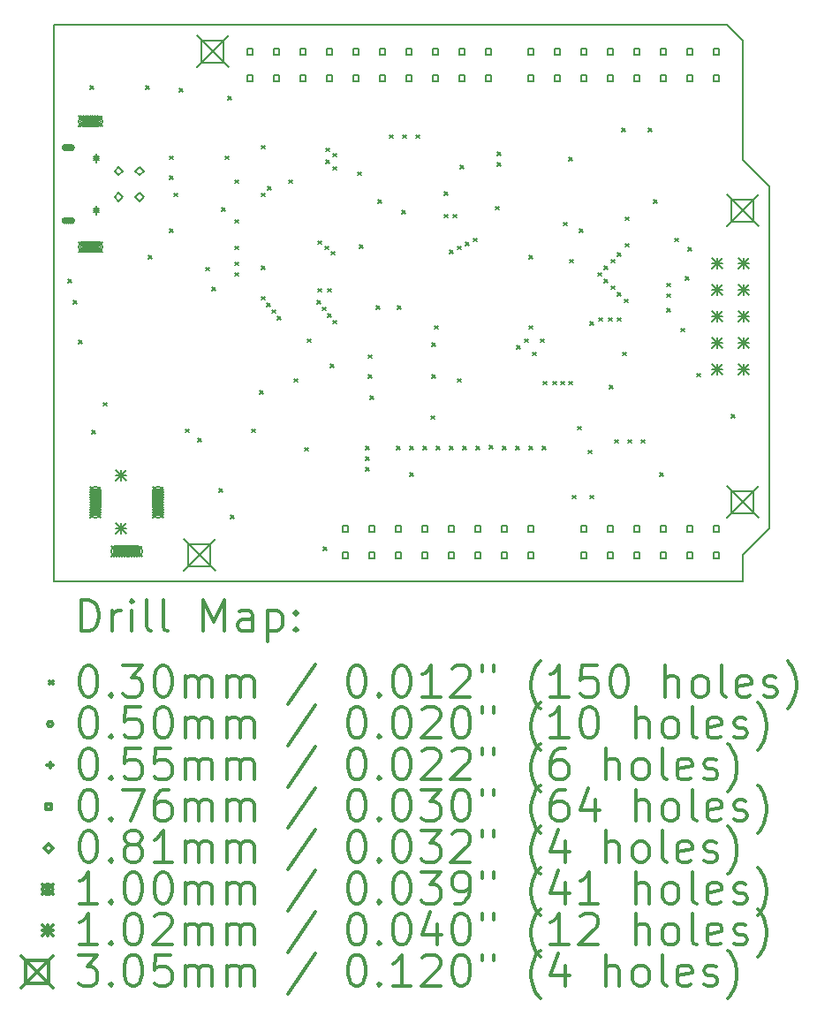
<source format=gbr>
%FSLAX45Y45*%
G04 Gerber Fmt 4.5, Leading zero omitted, Abs format (unit mm)*
G04 Created by KiCad (PCBNEW (2015-07-08 BZR 5908, Git 901e961)-product) date 28/12/2015 16:48:56*
%MOMM*%
G01*
G04 APERTURE LIST*
%ADD10C,0.127000*%
%ADD11C,0.150000*%
%ADD12C,0.200000*%
%ADD13C,0.300000*%
G04 APERTURE END LIST*
D10*
D11*
X17703800Y-7454900D02*
X17551400Y-7302500D01*
X17703800Y-8597900D02*
X17703800Y-7454900D01*
X17957800Y-8851900D02*
X17703800Y-8597900D01*
X17957800Y-12128500D02*
X17957800Y-8851900D01*
X17703800Y-12382500D02*
X17957800Y-12128500D01*
X17703800Y-12636500D02*
X17703800Y-12382500D01*
X11099800Y-12636500D02*
X17703800Y-12636500D01*
X11099800Y-7302500D02*
X11099800Y-12636500D01*
X17551400Y-7302500D02*
X11099800Y-7302500D01*
D12*
X11236960Y-9738360D02*
X11267440Y-9768840D01*
X11267440Y-9738360D02*
X11236960Y-9768840D01*
X11287760Y-9941560D02*
X11318240Y-9972040D01*
X11318240Y-9941560D02*
X11287760Y-9972040D01*
X11338560Y-10322560D02*
X11369040Y-10353040D01*
X11369040Y-10322560D02*
X11338560Y-10353040D01*
X11452860Y-7884160D02*
X11483340Y-7914640D01*
X11483340Y-7884160D02*
X11452860Y-7914640D01*
X11465560Y-11186160D02*
X11496040Y-11216640D01*
X11496040Y-11186160D02*
X11465560Y-11216640D01*
X11579860Y-10919460D02*
X11610340Y-10949940D01*
X11610340Y-10919460D02*
X11579860Y-10949940D01*
X11986260Y-7884160D02*
X12016740Y-7914640D01*
X12016740Y-7884160D02*
X11986260Y-7914640D01*
X12011660Y-9509760D02*
X12042140Y-9540240D01*
X12042140Y-9509760D02*
X12011660Y-9540240D01*
X12214860Y-8557260D02*
X12245340Y-8587740D01*
X12245340Y-8557260D02*
X12214860Y-8587740D01*
X12214860Y-8747760D02*
X12245340Y-8778240D01*
X12245340Y-8747760D02*
X12214860Y-8778240D01*
X12214860Y-9255760D02*
X12245340Y-9286240D01*
X12245340Y-9255760D02*
X12214860Y-9286240D01*
X12252960Y-8912860D02*
X12283440Y-8943340D01*
X12283440Y-8912860D02*
X12252960Y-8943340D01*
X12303760Y-7909560D02*
X12334240Y-7940040D01*
X12334240Y-7909560D02*
X12303760Y-7940040D01*
X12367260Y-11173460D02*
X12397740Y-11203940D01*
X12397740Y-11173460D02*
X12367260Y-11203940D01*
X12481560Y-11262360D02*
X12512040Y-11292840D01*
X12512040Y-11262360D02*
X12481560Y-11292840D01*
X12557760Y-9624060D02*
X12588240Y-9654540D01*
X12588240Y-9624060D02*
X12557760Y-9654540D01*
X12621260Y-9814560D02*
X12651740Y-9845040D01*
X12651740Y-9814560D02*
X12621260Y-9845040D01*
X12684760Y-11744960D02*
X12715240Y-11775440D01*
X12715240Y-11744960D02*
X12684760Y-11775440D01*
X12710160Y-9052560D02*
X12740640Y-9083040D01*
X12740640Y-9052560D02*
X12710160Y-9083040D01*
X12748260Y-8557260D02*
X12778740Y-8587740D01*
X12778740Y-8557260D02*
X12748260Y-8587740D01*
X12773660Y-7985760D02*
X12804140Y-8016240D01*
X12804140Y-7985760D02*
X12773660Y-8016240D01*
X12799060Y-11998960D02*
X12829540Y-12029440D01*
X12829540Y-11998960D02*
X12799060Y-12029440D01*
X12837160Y-8785860D02*
X12867640Y-8816340D01*
X12867640Y-8785860D02*
X12837160Y-8816340D01*
X12837160Y-9166860D02*
X12867640Y-9197340D01*
X12867640Y-9166860D02*
X12837160Y-9197340D01*
X12837160Y-9420860D02*
X12867640Y-9451340D01*
X12867640Y-9420860D02*
X12837160Y-9451340D01*
X12837160Y-9573260D02*
X12867640Y-9603740D01*
X12867640Y-9573260D02*
X12837160Y-9603740D01*
X12837160Y-9674860D02*
X12867640Y-9705340D01*
X12867640Y-9674860D02*
X12837160Y-9705340D01*
X13002260Y-11173460D02*
X13032740Y-11203940D01*
X13032740Y-11173460D02*
X13002260Y-11203940D01*
X13078460Y-10805160D02*
X13108940Y-10835640D01*
X13108940Y-10805160D02*
X13078460Y-10835640D01*
X13091160Y-8455660D02*
X13121640Y-8486140D01*
X13121640Y-8455660D02*
X13091160Y-8486140D01*
X13091160Y-8912860D02*
X13121640Y-8943340D01*
X13121640Y-8912860D02*
X13091160Y-8943340D01*
X13091160Y-9611360D02*
X13121640Y-9641840D01*
X13121640Y-9611360D02*
X13091160Y-9641840D01*
X13091160Y-9903460D02*
X13121640Y-9933940D01*
X13121640Y-9903460D02*
X13091160Y-9933940D01*
X13141960Y-9966960D02*
X13172440Y-9997440D01*
X13172440Y-9966960D02*
X13141960Y-9997440D01*
X13154660Y-8849360D02*
X13185140Y-8879840D01*
X13185140Y-8849360D02*
X13154660Y-8879840D01*
X13192760Y-10030460D02*
X13223240Y-10060940D01*
X13223240Y-10030460D02*
X13192760Y-10060940D01*
X13243560Y-10093960D02*
X13274040Y-10124440D01*
X13274040Y-10093960D02*
X13243560Y-10124440D01*
X13357860Y-8785860D02*
X13388340Y-8816340D01*
X13388340Y-8785860D02*
X13357860Y-8816340D01*
X13408660Y-10690860D02*
X13439140Y-10721340D01*
X13439140Y-10690860D02*
X13408660Y-10721340D01*
X13510260Y-11351260D02*
X13540740Y-11381740D01*
X13540740Y-11351260D02*
X13510260Y-11381740D01*
X13535660Y-10309860D02*
X13566140Y-10340340D01*
X13566140Y-10309860D02*
X13535660Y-10340340D01*
X13624560Y-9941560D02*
X13655040Y-9972040D01*
X13655040Y-9941560D02*
X13624560Y-9972040D01*
X13637260Y-9370060D02*
X13667740Y-9400540D01*
X13667740Y-9370060D02*
X13637260Y-9400540D01*
X13637260Y-9827260D02*
X13667740Y-9857740D01*
X13667740Y-9827260D02*
X13637260Y-9857740D01*
X13675360Y-10005060D02*
X13705840Y-10035540D01*
X13705840Y-10005060D02*
X13675360Y-10035540D01*
X13688060Y-12303760D02*
X13718540Y-12334240D01*
X13718540Y-12303760D02*
X13688060Y-12334240D01*
X13700760Y-9420860D02*
X13731240Y-9451340D01*
X13731240Y-9420860D02*
X13700760Y-9451340D01*
X13713460Y-8481060D02*
X13743940Y-8511540D01*
X13743940Y-8481060D02*
X13713460Y-8511540D01*
X13713460Y-8595360D02*
X13743940Y-8625840D01*
X13743940Y-8595360D02*
X13713460Y-8625840D01*
X13726160Y-9827260D02*
X13756640Y-9857740D01*
X13756640Y-9827260D02*
X13726160Y-9857740D01*
X13726160Y-10068560D02*
X13756640Y-10099040D01*
X13756640Y-10068560D02*
X13726160Y-10099040D01*
X13751560Y-10551160D02*
X13782040Y-10581640D01*
X13782040Y-10551160D02*
X13751560Y-10581640D01*
X13764260Y-9471660D02*
X13794740Y-9502140D01*
X13794740Y-9471660D02*
X13764260Y-9502140D01*
X13776960Y-8531860D02*
X13807440Y-8562340D01*
X13807440Y-8531860D02*
X13776960Y-8562340D01*
X13776960Y-8658860D02*
X13807440Y-8689340D01*
X13807440Y-8658860D02*
X13776960Y-8689340D01*
X13776960Y-10132060D02*
X13807440Y-10162540D01*
X13807440Y-10132060D02*
X13776960Y-10162540D01*
X14018260Y-8709660D02*
X14048740Y-8740140D01*
X14048740Y-8709660D02*
X14018260Y-8740140D01*
X14030960Y-9408160D02*
X14061440Y-9438640D01*
X14061440Y-9408160D02*
X14030960Y-9438640D01*
X14094460Y-11338560D02*
X14124940Y-11369040D01*
X14124940Y-11338560D02*
X14094460Y-11369040D01*
X14094460Y-11440160D02*
X14124940Y-11470640D01*
X14124940Y-11440160D02*
X14094460Y-11470640D01*
X14094460Y-11541760D02*
X14124940Y-11572240D01*
X14124940Y-11541760D02*
X14094460Y-11572240D01*
X14119860Y-10462260D02*
X14150340Y-10492740D01*
X14150340Y-10462260D02*
X14119860Y-10492740D01*
X14119860Y-10652760D02*
X14150340Y-10683240D01*
X14150340Y-10652760D02*
X14119860Y-10683240D01*
X14132560Y-10855960D02*
X14163040Y-10886440D01*
X14163040Y-10855960D02*
X14132560Y-10886440D01*
X14196060Y-9992360D02*
X14226540Y-10022840D01*
X14226540Y-9992360D02*
X14196060Y-10022840D01*
X14208760Y-8976360D02*
X14239240Y-9006840D01*
X14239240Y-8976360D02*
X14208760Y-9006840D01*
X14323060Y-8354060D02*
X14353540Y-8384540D01*
X14353540Y-8354060D02*
X14323060Y-8384540D01*
X14386560Y-11338560D02*
X14417040Y-11369040D01*
X14417040Y-11338560D02*
X14386560Y-11369040D01*
X14399260Y-9992360D02*
X14429740Y-10022840D01*
X14429740Y-9992360D02*
X14399260Y-10022840D01*
X14437360Y-9077960D02*
X14467840Y-9108440D01*
X14467840Y-9077960D02*
X14437360Y-9108440D01*
X14450060Y-8354060D02*
X14480540Y-8384540D01*
X14480540Y-8354060D02*
X14450060Y-8384540D01*
X14513560Y-11338560D02*
X14544040Y-11369040D01*
X14544040Y-11338560D02*
X14513560Y-11369040D01*
X14513560Y-11592560D02*
X14544040Y-11623040D01*
X14544040Y-11592560D02*
X14513560Y-11623040D01*
X14577060Y-8354060D02*
X14607540Y-8384540D01*
X14607540Y-8354060D02*
X14577060Y-8384540D01*
X14640560Y-11338560D02*
X14671040Y-11369040D01*
X14671040Y-11338560D02*
X14640560Y-11369040D01*
X14716760Y-11046460D02*
X14747240Y-11076940D01*
X14747240Y-11046460D02*
X14716760Y-11076940D01*
X14729460Y-10347960D02*
X14759940Y-10378440D01*
X14759940Y-10347960D02*
X14729460Y-10378440D01*
X14729460Y-10652760D02*
X14759940Y-10683240D01*
X14759940Y-10652760D02*
X14729460Y-10683240D01*
X14754860Y-10182860D02*
X14785340Y-10213340D01*
X14785340Y-10182860D02*
X14754860Y-10213340D01*
X14767560Y-11338560D02*
X14798040Y-11369040D01*
X14798040Y-11338560D02*
X14767560Y-11369040D01*
X14843760Y-8900160D02*
X14874240Y-8930640D01*
X14874240Y-8900160D02*
X14843760Y-8930640D01*
X14843760Y-9116060D02*
X14874240Y-9146540D01*
X14874240Y-9116060D02*
X14843760Y-9146540D01*
X14894560Y-9458960D02*
X14925040Y-9489440D01*
X14925040Y-9458960D02*
X14894560Y-9489440D01*
X14894560Y-11338560D02*
X14925040Y-11369040D01*
X14925040Y-11338560D02*
X14894560Y-11369040D01*
X14932660Y-9116060D02*
X14963140Y-9146540D01*
X14963140Y-9116060D02*
X14932660Y-9146540D01*
X14970760Y-9420860D02*
X15001240Y-9451340D01*
X15001240Y-9420860D02*
X14970760Y-9451340D01*
X14970760Y-10690860D02*
X15001240Y-10721340D01*
X15001240Y-10690860D02*
X14970760Y-10721340D01*
X14996160Y-8646160D02*
X15026640Y-8676640D01*
X15026640Y-8646160D02*
X14996160Y-8676640D01*
X15021560Y-11338560D02*
X15052040Y-11369040D01*
X15052040Y-11338560D02*
X15021560Y-11369040D01*
X15046960Y-9382760D02*
X15077440Y-9413240D01*
X15077440Y-9382760D02*
X15046960Y-9413240D01*
X15123160Y-9344660D02*
X15153640Y-9375140D01*
X15153640Y-9344660D02*
X15123160Y-9375140D01*
X15148560Y-11338560D02*
X15179040Y-11369040D01*
X15179040Y-11338560D02*
X15148560Y-11369040D01*
X15275560Y-11330940D02*
X15306040Y-11361420D01*
X15306040Y-11330940D02*
X15275560Y-11361420D01*
X15339060Y-9039860D02*
X15369540Y-9070340D01*
X15369540Y-9039860D02*
X15339060Y-9070340D01*
X15351760Y-8519160D02*
X15382240Y-8549640D01*
X15382240Y-8519160D02*
X15351760Y-8549640D01*
X15351760Y-8620760D02*
X15382240Y-8651240D01*
X15382240Y-8620760D02*
X15351760Y-8651240D01*
X15402560Y-11338560D02*
X15433040Y-11369040D01*
X15433040Y-11338560D02*
X15402560Y-11369040D01*
X15529560Y-11338560D02*
X15560040Y-11369040D01*
X15560040Y-11338560D02*
X15529560Y-11369040D01*
X15542260Y-10373360D02*
X15572740Y-10403840D01*
X15572740Y-10373360D02*
X15542260Y-10403840D01*
X15618460Y-10309860D02*
X15648940Y-10340340D01*
X15648940Y-10309860D02*
X15618460Y-10340340D01*
X15656560Y-9509760D02*
X15687040Y-9540240D01*
X15687040Y-9509760D02*
X15656560Y-9540240D01*
X15656560Y-10182860D02*
X15687040Y-10213340D01*
X15687040Y-10182860D02*
X15656560Y-10213340D01*
X15656560Y-11338560D02*
X15687040Y-11369040D01*
X15687040Y-11338560D02*
X15656560Y-11369040D01*
X15694660Y-10436860D02*
X15725140Y-10467340D01*
X15725140Y-10436860D02*
X15694660Y-10467340D01*
X15770860Y-10309860D02*
X15801340Y-10340340D01*
X15801340Y-10309860D02*
X15770860Y-10340340D01*
X15783560Y-11338560D02*
X15814040Y-11369040D01*
X15814040Y-11338560D02*
X15783560Y-11369040D01*
X15796260Y-10716260D02*
X15826740Y-10746740D01*
X15826740Y-10716260D02*
X15796260Y-10746740D01*
X15885160Y-10716260D02*
X15915640Y-10746740D01*
X15915640Y-10716260D02*
X15885160Y-10746740D01*
X15961360Y-10716260D02*
X15991840Y-10746740D01*
X15991840Y-10716260D02*
X15961360Y-10746740D01*
X15986760Y-9192260D02*
X16017240Y-9222740D01*
X16017240Y-9192260D02*
X15986760Y-9222740D01*
X16037560Y-8569960D02*
X16068040Y-8600440D01*
X16068040Y-8569960D02*
X16037560Y-8600440D01*
X16037560Y-10716260D02*
X16068040Y-10746740D01*
X16068040Y-10716260D02*
X16037560Y-10746740D01*
X16050260Y-9547860D02*
X16080740Y-9578340D01*
X16080740Y-9547860D02*
X16050260Y-9578340D01*
X16075660Y-11808460D02*
X16106140Y-11838940D01*
X16106140Y-11808460D02*
X16075660Y-11838940D01*
X16126460Y-11148060D02*
X16156940Y-11178540D01*
X16156940Y-11148060D02*
X16126460Y-11178540D01*
X16139160Y-9255760D02*
X16169640Y-9286240D01*
X16169640Y-9255760D02*
X16139160Y-9286240D01*
X16228060Y-11376660D02*
X16258540Y-11407140D01*
X16258540Y-11376660D02*
X16228060Y-11407140D01*
X16240760Y-10144760D02*
X16271240Y-10175240D01*
X16271240Y-10144760D02*
X16240760Y-10175240D01*
X16240760Y-11808460D02*
X16271240Y-11838940D01*
X16271240Y-11808460D02*
X16240760Y-11838940D01*
X16316960Y-9674860D02*
X16347440Y-9705340D01*
X16347440Y-9674860D02*
X16316960Y-9705340D01*
X16329660Y-10106660D02*
X16360140Y-10137140D01*
X16360140Y-10106660D02*
X16329660Y-10137140D01*
X16380460Y-9611360D02*
X16410940Y-9641840D01*
X16410940Y-9611360D02*
X16380460Y-9641840D01*
X16380460Y-9738360D02*
X16410940Y-9768840D01*
X16410940Y-9738360D02*
X16380460Y-9768840D01*
X16418560Y-10106660D02*
X16449040Y-10137140D01*
X16449040Y-10106660D02*
X16418560Y-10137140D01*
X16431260Y-10754360D02*
X16461740Y-10784840D01*
X16461740Y-10754360D02*
X16431260Y-10784840D01*
X16443960Y-9547860D02*
X16474440Y-9578340D01*
X16474440Y-9547860D02*
X16443960Y-9578340D01*
X16443960Y-9801860D02*
X16474440Y-9832340D01*
X16474440Y-9801860D02*
X16443960Y-9832340D01*
X16482060Y-11275060D02*
X16512540Y-11305540D01*
X16512540Y-11275060D02*
X16482060Y-11305540D01*
X16507460Y-9484360D02*
X16537940Y-9514840D01*
X16537940Y-9484360D02*
X16507460Y-9514840D01*
X16507460Y-9865360D02*
X16537940Y-9895840D01*
X16537940Y-9865360D02*
X16507460Y-9895840D01*
X16507460Y-10106660D02*
X16537940Y-10137140D01*
X16537940Y-10106660D02*
X16507460Y-10137140D01*
X16545560Y-8290560D02*
X16576040Y-8321040D01*
X16576040Y-8290560D02*
X16545560Y-8321040D01*
X16558260Y-10436860D02*
X16588740Y-10467340D01*
X16588740Y-10436860D02*
X16558260Y-10467340D01*
X16570960Y-9928860D02*
X16601440Y-9959340D01*
X16601440Y-9928860D02*
X16570960Y-9959340D01*
X16583660Y-9141460D02*
X16614140Y-9171940D01*
X16614140Y-9141460D02*
X16583660Y-9171940D01*
X16583660Y-9395460D02*
X16614140Y-9425940D01*
X16614140Y-9395460D02*
X16583660Y-9425940D01*
X16609060Y-11275060D02*
X16639540Y-11305540D01*
X16639540Y-11275060D02*
X16609060Y-11305540D01*
X16736060Y-11275060D02*
X16766540Y-11305540D01*
X16766540Y-11275060D02*
X16736060Y-11305540D01*
X16799560Y-8290560D02*
X16830040Y-8321040D01*
X16830040Y-8290560D02*
X16799560Y-8321040D01*
X16850360Y-8976360D02*
X16880840Y-9006840D01*
X16880840Y-8976360D02*
X16850360Y-9006840D01*
X16913860Y-11592560D02*
X16944340Y-11623040D01*
X16944340Y-11592560D02*
X16913860Y-11623040D01*
X16977360Y-9776460D02*
X17007840Y-9806940D01*
X17007840Y-9776460D02*
X16977360Y-9806940D01*
X16977360Y-9878060D02*
X17007840Y-9908540D01*
X17007840Y-9878060D02*
X16977360Y-9908540D01*
X16977360Y-10017760D02*
X17007840Y-10048240D01*
X17007840Y-10017760D02*
X16977360Y-10048240D01*
X17053560Y-9344660D02*
X17084040Y-9375140D01*
X17084040Y-9344660D02*
X17053560Y-9375140D01*
X17117060Y-10208260D02*
X17147540Y-10238740D01*
X17147540Y-10208260D02*
X17117060Y-10238740D01*
X17155160Y-9712960D02*
X17185640Y-9743440D01*
X17185640Y-9712960D02*
X17155160Y-9743440D01*
X17180560Y-9433560D02*
X17211040Y-9464040D01*
X17211040Y-9433560D02*
X17180560Y-9464040D01*
X17269460Y-10640060D02*
X17299940Y-10670540D01*
X17299940Y-10640060D02*
X17269460Y-10670540D01*
X17599660Y-11033760D02*
X17630140Y-11064240D01*
X17630140Y-11033760D02*
X17599660Y-11064240D01*
X11232554Y-8476410D02*
G75*
G03X11232554Y-8476410I-25000J0D01*
G01*
X11232554Y-9176410D02*
G75*
G03X11232554Y-9176410I-25000J0D01*
G01*
X11248804Y-8476410D02*
G75*
G03X11248804Y-8476410I-25000J0D01*
G01*
X11248804Y-9176410D02*
G75*
G03X11248804Y-9176410I-25000J0D01*
G01*
X11265054Y-8476410D02*
G75*
G03X11265054Y-8476410I-25000J0D01*
G01*
X11265054Y-9176410D02*
G75*
G03X11265054Y-9176410I-25000J0D01*
G01*
X11281304Y-8476410D02*
G75*
G03X11281304Y-8476410I-25000J0D01*
G01*
X11281554Y-9176410D02*
G75*
G03X11281554Y-9176410I-25000J0D01*
G01*
X11297554Y-8476410D02*
G75*
G03X11297554Y-8476410I-25000J0D01*
G01*
X11298054Y-9176410D02*
G75*
G03X11298054Y-9176410I-25000J0D01*
G01*
X11510054Y-8533910D02*
X11510054Y-8588910D01*
X11482554Y-8561410D02*
X11537554Y-8561410D01*
X11510054Y-8548910D02*
X11510054Y-8603910D01*
X11482554Y-8576410D02*
X11537554Y-8576410D01*
X11510054Y-8563910D02*
X11510054Y-8618910D01*
X11482554Y-8591410D02*
X11537554Y-8591410D01*
X11510054Y-9033910D02*
X11510054Y-9088910D01*
X11482554Y-9061410D02*
X11537554Y-9061410D01*
X11510054Y-9048910D02*
X11510054Y-9103910D01*
X11482554Y-9076410D02*
X11537554Y-9076410D01*
X11510054Y-9063910D02*
X11510054Y-9118910D01*
X11482554Y-9091410D02*
X11537554Y-9091410D01*
X13006341Y-7583441D02*
X13006341Y-7529559D01*
X12952459Y-7529559D01*
X12952459Y-7583441D01*
X13006341Y-7583441D01*
X13006341Y-7837441D02*
X13006341Y-7783559D01*
X12952459Y-7783559D01*
X12952459Y-7837441D01*
X13006341Y-7837441D01*
X13260341Y-7583441D02*
X13260341Y-7529559D01*
X13206459Y-7529559D01*
X13206459Y-7583441D01*
X13260341Y-7583441D01*
X13260341Y-7837441D02*
X13260341Y-7783559D01*
X13206459Y-7783559D01*
X13206459Y-7837441D01*
X13260341Y-7837441D01*
X13514341Y-7583441D02*
X13514341Y-7529559D01*
X13460459Y-7529559D01*
X13460459Y-7583441D01*
X13514341Y-7583441D01*
X13514341Y-7837441D02*
X13514341Y-7783559D01*
X13460459Y-7783559D01*
X13460459Y-7837441D01*
X13514341Y-7837441D01*
X13768341Y-7583441D02*
X13768341Y-7529559D01*
X13714459Y-7529559D01*
X13714459Y-7583441D01*
X13768341Y-7583441D01*
X13768341Y-7837441D02*
X13768341Y-7783559D01*
X13714459Y-7783559D01*
X13714459Y-7837441D01*
X13768341Y-7837441D01*
X13920741Y-12155441D02*
X13920741Y-12101559D01*
X13866859Y-12101559D01*
X13866859Y-12155441D01*
X13920741Y-12155441D01*
X13920741Y-12409441D02*
X13920741Y-12355559D01*
X13866859Y-12355559D01*
X13866859Y-12409441D01*
X13920741Y-12409441D01*
X14022341Y-7583441D02*
X14022341Y-7529559D01*
X13968459Y-7529559D01*
X13968459Y-7583441D01*
X14022341Y-7583441D01*
X14022341Y-7837441D02*
X14022341Y-7783559D01*
X13968459Y-7783559D01*
X13968459Y-7837441D01*
X14022341Y-7837441D01*
X14174741Y-12155441D02*
X14174741Y-12101559D01*
X14120859Y-12101559D01*
X14120859Y-12155441D01*
X14174741Y-12155441D01*
X14174741Y-12409441D02*
X14174741Y-12355559D01*
X14120859Y-12355559D01*
X14120859Y-12409441D01*
X14174741Y-12409441D01*
X14276341Y-7583441D02*
X14276341Y-7529559D01*
X14222459Y-7529559D01*
X14222459Y-7583441D01*
X14276341Y-7583441D01*
X14276341Y-7837441D02*
X14276341Y-7783559D01*
X14222459Y-7783559D01*
X14222459Y-7837441D01*
X14276341Y-7837441D01*
X14428741Y-12155441D02*
X14428741Y-12101559D01*
X14374859Y-12101559D01*
X14374859Y-12155441D01*
X14428741Y-12155441D01*
X14428741Y-12409441D02*
X14428741Y-12355559D01*
X14374859Y-12355559D01*
X14374859Y-12409441D01*
X14428741Y-12409441D01*
X14530341Y-7583441D02*
X14530341Y-7529559D01*
X14476459Y-7529559D01*
X14476459Y-7583441D01*
X14530341Y-7583441D01*
X14530341Y-7837441D02*
X14530341Y-7783559D01*
X14476459Y-7783559D01*
X14476459Y-7837441D01*
X14530341Y-7837441D01*
X14682741Y-12155441D02*
X14682741Y-12101559D01*
X14628859Y-12101559D01*
X14628859Y-12155441D01*
X14682741Y-12155441D01*
X14682741Y-12409441D02*
X14682741Y-12355559D01*
X14628859Y-12355559D01*
X14628859Y-12409441D01*
X14682741Y-12409441D01*
X14784341Y-7583441D02*
X14784341Y-7529559D01*
X14730459Y-7529559D01*
X14730459Y-7583441D01*
X14784341Y-7583441D01*
X14784341Y-7837441D02*
X14784341Y-7783559D01*
X14730459Y-7783559D01*
X14730459Y-7837441D01*
X14784341Y-7837441D01*
X14936741Y-12155441D02*
X14936741Y-12101559D01*
X14882859Y-12101559D01*
X14882859Y-12155441D01*
X14936741Y-12155441D01*
X14936741Y-12409441D02*
X14936741Y-12355559D01*
X14882859Y-12355559D01*
X14882859Y-12409441D01*
X14936741Y-12409441D01*
X15038341Y-7583441D02*
X15038341Y-7529559D01*
X14984459Y-7529559D01*
X14984459Y-7583441D01*
X15038341Y-7583441D01*
X15038341Y-7837441D02*
X15038341Y-7783559D01*
X14984459Y-7783559D01*
X14984459Y-7837441D01*
X15038341Y-7837441D01*
X15190741Y-12155441D02*
X15190741Y-12101559D01*
X15136859Y-12101559D01*
X15136859Y-12155441D01*
X15190741Y-12155441D01*
X15190741Y-12409441D02*
X15190741Y-12355559D01*
X15136859Y-12355559D01*
X15136859Y-12409441D01*
X15190741Y-12409441D01*
X15292341Y-7583441D02*
X15292341Y-7529559D01*
X15238459Y-7529559D01*
X15238459Y-7583441D01*
X15292341Y-7583441D01*
X15292341Y-7837441D02*
X15292341Y-7783559D01*
X15238459Y-7783559D01*
X15238459Y-7837441D01*
X15292341Y-7837441D01*
X15444741Y-12155441D02*
X15444741Y-12101559D01*
X15390859Y-12101559D01*
X15390859Y-12155441D01*
X15444741Y-12155441D01*
X15444741Y-12409441D02*
X15444741Y-12355559D01*
X15390859Y-12355559D01*
X15390859Y-12409441D01*
X15444741Y-12409441D01*
X15698741Y-7583441D02*
X15698741Y-7529559D01*
X15644859Y-7529559D01*
X15644859Y-7583441D01*
X15698741Y-7583441D01*
X15698741Y-7837441D02*
X15698741Y-7783559D01*
X15644859Y-7783559D01*
X15644859Y-7837441D01*
X15698741Y-7837441D01*
X15698741Y-12155441D02*
X15698741Y-12101559D01*
X15644859Y-12101559D01*
X15644859Y-12155441D01*
X15698741Y-12155441D01*
X15698741Y-12409441D02*
X15698741Y-12355559D01*
X15644859Y-12355559D01*
X15644859Y-12409441D01*
X15698741Y-12409441D01*
X15952741Y-7583441D02*
X15952741Y-7529559D01*
X15898859Y-7529559D01*
X15898859Y-7583441D01*
X15952741Y-7583441D01*
X15952741Y-7837441D02*
X15952741Y-7783559D01*
X15898859Y-7783559D01*
X15898859Y-7837441D01*
X15952741Y-7837441D01*
X16206741Y-7583441D02*
X16206741Y-7529559D01*
X16152859Y-7529559D01*
X16152859Y-7583441D01*
X16206741Y-7583441D01*
X16206741Y-7837441D02*
X16206741Y-7783559D01*
X16152859Y-7783559D01*
X16152859Y-7837441D01*
X16206741Y-7837441D01*
X16206741Y-12155441D02*
X16206741Y-12101559D01*
X16152859Y-12101559D01*
X16152859Y-12155441D01*
X16206741Y-12155441D01*
X16206741Y-12409441D02*
X16206741Y-12355559D01*
X16152859Y-12355559D01*
X16152859Y-12409441D01*
X16206741Y-12409441D01*
X16460741Y-7583441D02*
X16460741Y-7529559D01*
X16406859Y-7529559D01*
X16406859Y-7583441D01*
X16460741Y-7583441D01*
X16460741Y-7837441D02*
X16460741Y-7783559D01*
X16406859Y-7783559D01*
X16406859Y-7837441D01*
X16460741Y-7837441D01*
X16460741Y-12155441D02*
X16460741Y-12101559D01*
X16406859Y-12101559D01*
X16406859Y-12155441D01*
X16460741Y-12155441D01*
X16460741Y-12409441D02*
X16460741Y-12355559D01*
X16406859Y-12355559D01*
X16406859Y-12409441D01*
X16460741Y-12409441D01*
X16714741Y-7583441D02*
X16714741Y-7529559D01*
X16660859Y-7529559D01*
X16660859Y-7583441D01*
X16714741Y-7583441D01*
X16714741Y-7837441D02*
X16714741Y-7783559D01*
X16660859Y-7783559D01*
X16660859Y-7837441D01*
X16714741Y-7837441D01*
X16714741Y-12155441D02*
X16714741Y-12101559D01*
X16660859Y-12101559D01*
X16660859Y-12155441D01*
X16714741Y-12155441D01*
X16714741Y-12409441D02*
X16714741Y-12355559D01*
X16660859Y-12355559D01*
X16660859Y-12409441D01*
X16714741Y-12409441D01*
X16968741Y-7583441D02*
X16968741Y-7529559D01*
X16914859Y-7529559D01*
X16914859Y-7583441D01*
X16968741Y-7583441D01*
X16968741Y-7837441D02*
X16968741Y-7783559D01*
X16914859Y-7783559D01*
X16914859Y-7837441D01*
X16968741Y-7837441D01*
X16968741Y-12155441D02*
X16968741Y-12101559D01*
X16914859Y-12101559D01*
X16914859Y-12155441D01*
X16968741Y-12155441D01*
X16968741Y-12409441D02*
X16968741Y-12355559D01*
X16914859Y-12355559D01*
X16914859Y-12409441D01*
X16968741Y-12409441D01*
X17222741Y-7583441D02*
X17222741Y-7529559D01*
X17168859Y-7529559D01*
X17168859Y-7583441D01*
X17222741Y-7583441D01*
X17222741Y-7837441D02*
X17222741Y-7783559D01*
X17168859Y-7783559D01*
X17168859Y-7837441D01*
X17222741Y-7837441D01*
X17222741Y-12155441D02*
X17222741Y-12101559D01*
X17168859Y-12101559D01*
X17168859Y-12155441D01*
X17222741Y-12155441D01*
X17222741Y-12409441D02*
X17222741Y-12355559D01*
X17168859Y-12355559D01*
X17168859Y-12409441D01*
X17222741Y-12409441D01*
X17476741Y-7583441D02*
X17476741Y-7529559D01*
X17422859Y-7529559D01*
X17422859Y-7583441D01*
X17476741Y-7583441D01*
X17476741Y-7837441D02*
X17476741Y-7783559D01*
X17422859Y-7783559D01*
X17422859Y-7837441D01*
X17476741Y-7837441D01*
X17476741Y-12155441D02*
X17476741Y-12101559D01*
X17422859Y-12101559D01*
X17422859Y-12155441D01*
X17476741Y-12155441D01*
X17476741Y-12409441D02*
X17476741Y-12355559D01*
X17422859Y-12355559D01*
X17422859Y-12409441D01*
X17476741Y-12409441D01*
X11723700Y-8742140D02*
X11764340Y-8701500D01*
X11723700Y-8660860D01*
X11683060Y-8701500D01*
X11723700Y-8742140D01*
X11723700Y-8992140D02*
X11764340Y-8951500D01*
X11723700Y-8910860D01*
X11683060Y-8951500D01*
X11723700Y-8992140D01*
X11923700Y-8742140D02*
X11964340Y-8701500D01*
X11923700Y-8660860D01*
X11883060Y-8701500D01*
X11923700Y-8742140D01*
X11923700Y-8992140D02*
X11964340Y-8951500D01*
X11923700Y-8910860D01*
X11883060Y-8951500D01*
X11923700Y-8992140D01*
X11337700Y-8174500D02*
X11437700Y-8274500D01*
X11437700Y-8174500D02*
X11337700Y-8274500D01*
X11437700Y-8224500D02*
G75*
G03X11437700Y-8224500I-50000J0D01*
G01*
X11337700Y-9378500D02*
X11437700Y-9478500D01*
X11437700Y-9378500D02*
X11337700Y-9478500D01*
X11437700Y-9428500D02*
G75*
G03X11437700Y-9428500I-50000J0D01*
G01*
X11359700Y-8174500D02*
X11459700Y-8274500D01*
X11459700Y-8174500D02*
X11359700Y-8274500D01*
X11459700Y-8224500D02*
G75*
G03X11459700Y-8224500I-50000J0D01*
G01*
X11359700Y-9378500D02*
X11459700Y-9478500D01*
X11459700Y-9378500D02*
X11359700Y-9478500D01*
X11459700Y-9428500D02*
G75*
G03X11459700Y-9428500I-50000J0D01*
G01*
X11381700Y-8174500D02*
X11481700Y-8274500D01*
X11481700Y-8174500D02*
X11381700Y-8274500D01*
X11481700Y-8224500D02*
G75*
G03X11481700Y-8224500I-50000J0D01*
G01*
X11381700Y-9378500D02*
X11481700Y-9478500D01*
X11481700Y-9378500D02*
X11381700Y-9478500D01*
X11481700Y-9428500D02*
G75*
G03X11481700Y-9428500I-50000J0D01*
G01*
X11403700Y-8174500D02*
X11503700Y-8274500D01*
X11503700Y-8174500D02*
X11403700Y-8274500D01*
X11503700Y-8224500D02*
G75*
G03X11503700Y-8224500I-50000J0D01*
G01*
X11403700Y-9378500D02*
X11503700Y-9478500D01*
X11503700Y-9378500D02*
X11403700Y-9478500D01*
X11503700Y-9428500D02*
G75*
G03X11503700Y-9428500I-50000J0D01*
G01*
X11425700Y-8174500D02*
X11525700Y-8274500D01*
X11525700Y-8174500D02*
X11425700Y-8274500D01*
X11525700Y-8224500D02*
G75*
G03X11525700Y-8224500I-50000J0D01*
G01*
X11425700Y-9378500D02*
X11525700Y-9478500D01*
X11525700Y-9378500D02*
X11425700Y-9478500D01*
X11525700Y-9428500D02*
G75*
G03X11525700Y-9428500I-50000J0D01*
G01*
X11447700Y-8174500D02*
X11547700Y-8274500D01*
X11547700Y-8174500D02*
X11447700Y-8274500D01*
X11547700Y-8224500D02*
G75*
G03X11547700Y-8224500I-50000J0D01*
G01*
X11447700Y-9378500D02*
X11547700Y-9478500D01*
X11547700Y-9378500D02*
X11447700Y-9478500D01*
X11547700Y-9428500D02*
G75*
G03X11547700Y-9428500I-50000J0D01*
G01*
X11450866Y-11724500D02*
X11550866Y-11824500D01*
X11550866Y-11724500D02*
X11450866Y-11824500D01*
X11550866Y-11774500D02*
G75*
G03X11550866Y-11774500I-50000J0D01*
G01*
X11450866Y-11749500D02*
X11550866Y-11849500D01*
X11550866Y-11749500D02*
X11450866Y-11849500D01*
X11550866Y-11799500D02*
G75*
G03X11550866Y-11799500I-50000J0D01*
G01*
X11450866Y-11774500D02*
X11550866Y-11874500D01*
X11550866Y-11774500D02*
X11450866Y-11874500D01*
X11550866Y-11824500D02*
G75*
G03X11550866Y-11824500I-50000J0D01*
G01*
X11450866Y-11799500D02*
X11550866Y-11899500D01*
X11550866Y-11799500D02*
X11450866Y-11899500D01*
X11550866Y-11849500D02*
G75*
G03X11550866Y-11849500I-50000J0D01*
G01*
X11450866Y-11824500D02*
X11550866Y-11924500D01*
X11550866Y-11824500D02*
X11450866Y-11924500D01*
X11550866Y-11874500D02*
G75*
G03X11550866Y-11874500I-50000J0D01*
G01*
X11450866Y-11849500D02*
X11550866Y-11949500D01*
X11550866Y-11849500D02*
X11450866Y-11949500D01*
X11550866Y-11899500D02*
G75*
G03X11550866Y-11899500I-50000J0D01*
G01*
X11450866Y-11874500D02*
X11550866Y-11974500D01*
X11550866Y-11874500D02*
X11450866Y-11974500D01*
X11550866Y-11924500D02*
G75*
G03X11550866Y-11924500I-50000J0D01*
G01*
X11450866Y-11899500D02*
X11550866Y-11999500D01*
X11550866Y-11899500D02*
X11450866Y-11999500D01*
X11550866Y-11949500D02*
G75*
G03X11550866Y-11949500I-50000J0D01*
G01*
X11450866Y-11924500D02*
X11550866Y-12024500D01*
X11550866Y-11924500D02*
X11450866Y-12024500D01*
X11550866Y-11974500D02*
G75*
G03X11550866Y-11974500I-50000J0D01*
G01*
X11469700Y-8174500D02*
X11569700Y-8274500D01*
X11569700Y-8174500D02*
X11469700Y-8274500D01*
X11569700Y-8224500D02*
G75*
G03X11569700Y-8224500I-50000J0D01*
G01*
X11469700Y-9378500D02*
X11569700Y-9478500D01*
X11569700Y-9378500D02*
X11469700Y-9478500D01*
X11569700Y-9428500D02*
G75*
G03X11569700Y-9428500I-50000J0D01*
G01*
X11650840Y-12294400D02*
X11750840Y-12394400D01*
X11750840Y-12294400D02*
X11650840Y-12394400D01*
X11750840Y-12344400D02*
G75*
G03X11750840Y-12344400I-50000J0D01*
G01*
X11675840Y-12294400D02*
X11775840Y-12394400D01*
X11775840Y-12294400D02*
X11675840Y-12394400D01*
X11775840Y-12344400D02*
G75*
G03X11775840Y-12344400I-50000J0D01*
G01*
X11700840Y-12294400D02*
X11800840Y-12394400D01*
X11800840Y-12294400D02*
X11700840Y-12394400D01*
X11800840Y-12344400D02*
G75*
G03X11800840Y-12344400I-50000J0D01*
G01*
X11725840Y-12294400D02*
X11825840Y-12394400D01*
X11825840Y-12294400D02*
X11725840Y-12394400D01*
X11825840Y-12344400D02*
G75*
G03X11825840Y-12344400I-50000J0D01*
G01*
X11750840Y-12294400D02*
X11850840Y-12394400D01*
X11850840Y-12294400D02*
X11750840Y-12394400D01*
X11850840Y-12344400D02*
G75*
G03X11850840Y-12344400I-50000J0D01*
G01*
X11775840Y-12294400D02*
X11875840Y-12394400D01*
X11875840Y-12294400D02*
X11775840Y-12394400D01*
X11875840Y-12344400D02*
G75*
G03X11875840Y-12344400I-50000J0D01*
G01*
X11800840Y-12294400D02*
X11900840Y-12394400D01*
X11900840Y-12294400D02*
X11800840Y-12394400D01*
X11900840Y-12344400D02*
G75*
G03X11900840Y-12344400I-50000J0D01*
G01*
X11825840Y-12294400D02*
X11925840Y-12394400D01*
X11925840Y-12294400D02*
X11825840Y-12394400D01*
X11925840Y-12344400D02*
G75*
G03X11925840Y-12344400I-50000J0D01*
G01*
X11850840Y-12294400D02*
X11950840Y-12394400D01*
X11950840Y-12294400D02*
X11850840Y-12394400D01*
X11950840Y-12344400D02*
G75*
G03X11950840Y-12344400I-50000J0D01*
G01*
X12050814Y-11724500D02*
X12150814Y-11824500D01*
X12150814Y-11724500D02*
X12050814Y-11824500D01*
X12150814Y-11774500D02*
G75*
G03X12150814Y-11774500I-50000J0D01*
G01*
X12050814Y-11749500D02*
X12150814Y-11849500D01*
X12150814Y-11749500D02*
X12050814Y-11849500D01*
X12150814Y-11799500D02*
G75*
G03X12150814Y-11799500I-50000J0D01*
G01*
X12050814Y-11774500D02*
X12150814Y-11874500D01*
X12150814Y-11774500D02*
X12050814Y-11874500D01*
X12150814Y-11824500D02*
G75*
G03X12150814Y-11824500I-50000J0D01*
G01*
X12050814Y-11799500D02*
X12150814Y-11899500D01*
X12150814Y-11799500D02*
X12050814Y-11899500D01*
X12150814Y-11849500D02*
G75*
G03X12150814Y-11849500I-50000J0D01*
G01*
X12050814Y-11824500D02*
X12150814Y-11924500D01*
X12150814Y-11824500D02*
X12050814Y-11924500D01*
X12150814Y-11874500D02*
G75*
G03X12150814Y-11874500I-50000J0D01*
G01*
X12050814Y-11849500D02*
X12150814Y-11949500D01*
X12150814Y-11849500D02*
X12050814Y-11949500D01*
X12150814Y-11899500D02*
G75*
G03X12150814Y-11899500I-50000J0D01*
G01*
X12050814Y-11874500D02*
X12150814Y-11974500D01*
X12150814Y-11874500D02*
X12050814Y-11974500D01*
X12150814Y-11924500D02*
G75*
G03X12150814Y-11924500I-50000J0D01*
G01*
X12050814Y-11899500D02*
X12150814Y-11999500D01*
X12150814Y-11899500D02*
X12050814Y-11999500D01*
X12150814Y-11949500D02*
G75*
G03X12150814Y-11949500I-50000J0D01*
G01*
X12050814Y-11924500D02*
X12150814Y-12024500D01*
X12150814Y-11924500D02*
X12050814Y-12024500D01*
X12150814Y-11974500D02*
G75*
G03X12150814Y-11974500I-50000J0D01*
G01*
X11696700Y-11569700D02*
X11798300Y-11671300D01*
X11798300Y-11569700D02*
X11696700Y-11671300D01*
X11747500Y-11569700D02*
X11747500Y-11671300D01*
X11696700Y-11620500D02*
X11798300Y-11620500D01*
X11696700Y-12077700D02*
X11798300Y-12179300D01*
X11798300Y-12077700D02*
X11696700Y-12179300D01*
X11747500Y-12077700D02*
X11747500Y-12179300D01*
X11696700Y-12128500D02*
X11798300Y-12128500D01*
X17411700Y-9537700D02*
X17513300Y-9639300D01*
X17513300Y-9537700D02*
X17411700Y-9639300D01*
X17462500Y-9537700D02*
X17462500Y-9639300D01*
X17411700Y-9588500D02*
X17513300Y-9588500D01*
X17411700Y-9791700D02*
X17513300Y-9893300D01*
X17513300Y-9791700D02*
X17411700Y-9893300D01*
X17462500Y-9791700D02*
X17462500Y-9893300D01*
X17411700Y-9842500D02*
X17513300Y-9842500D01*
X17411700Y-10045700D02*
X17513300Y-10147300D01*
X17513300Y-10045700D02*
X17411700Y-10147300D01*
X17462500Y-10045700D02*
X17462500Y-10147300D01*
X17411700Y-10096500D02*
X17513300Y-10096500D01*
X17411700Y-10299700D02*
X17513300Y-10401300D01*
X17513300Y-10299700D02*
X17411700Y-10401300D01*
X17462500Y-10299700D02*
X17462500Y-10401300D01*
X17411700Y-10350500D02*
X17513300Y-10350500D01*
X17411700Y-10553700D02*
X17513300Y-10655300D01*
X17513300Y-10553700D02*
X17411700Y-10655300D01*
X17462500Y-10553700D02*
X17462500Y-10655300D01*
X17411700Y-10604500D02*
X17513300Y-10604500D01*
X17665700Y-9537700D02*
X17767300Y-9639300D01*
X17767300Y-9537700D02*
X17665700Y-9639300D01*
X17716500Y-9537700D02*
X17716500Y-9639300D01*
X17665700Y-9588500D02*
X17767300Y-9588500D01*
X17665700Y-9791700D02*
X17767300Y-9893300D01*
X17767300Y-9791700D02*
X17665700Y-9893300D01*
X17716500Y-9791700D02*
X17716500Y-9893300D01*
X17665700Y-9842500D02*
X17767300Y-9842500D01*
X17665700Y-10045700D02*
X17767300Y-10147300D01*
X17767300Y-10045700D02*
X17665700Y-10147300D01*
X17716500Y-10045700D02*
X17716500Y-10147300D01*
X17665700Y-10096500D02*
X17767300Y-10096500D01*
X17665700Y-10299700D02*
X17767300Y-10401300D01*
X17767300Y-10299700D02*
X17665700Y-10401300D01*
X17716500Y-10299700D02*
X17716500Y-10401300D01*
X17665700Y-10350500D02*
X17767300Y-10350500D01*
X17665700Y-10553700D02*
X17767300Y-10655300D01*
X17767300Y-10553700D02*
X17665700Y-10655300D01*
X17716500Y-10553700D02*
X17716500Y-10655300D01*
X17665700Y-10604500D02*
X17767300Y-10604500D01*
X12344400Y-12230100D02*
X12649200Y-12534900D01*
X12649200Y-12230100D02*
X12344400Y-12534900D01*
X12604564Y-12490264D02*
X12604564Y-12274736D01*
X12389036Y-12274736D01*
X12389036Y-12490264D01*
X12604564Y-12490264D01*
X12471400Y-7404100D02*
X12776200Y-7708900D01*
X12776200Y-7404100D02*
X12471400Y-7708900D01*
X12731564Y-7664264D02*
X12731564Y-7448736D01*
X12516036Y-7448736D01*
X12516036Y-7664264D01*
X12731564Y-7664264D01*
X17551400Y-8928100D02*
X17856200Y-9232900D01*
X17856200Y-8928100D02*
X17551400Y-9232900D01*
X17811564Y-9188264D02*
X17811564Y-8972736D01*
X17596036Y-8972736D01*
X17596036Y-9188264D01*
X17811564Y-9188264D01*
X17551400Y-11722100D02*
X17856200Y-12026900D01*
X17856200Y-11722100D02*
X17551400Y-12026900D01*
X17811564Y-11982264D02*
X17811564Y-11766736D01*
X17596036Y-11766736D01*
X17596036Y-11982264D01*
X17811564Y-11982264D01*
D13*
X11363728Y-13109714D02*
X11363728Y-12809714D01*
X11435157Y-12809714D01*
X11478014Y-12824000D01*
X11506586Y-12852571D01*
X11520871Y-12881143D01*
X11535157Y-12938286D01*
X11535157Y-12981143D01*
X11520871Y-13038286D01*
X11506586Y-13066857D01*
X11478014Y-13095429D01*
X11435157Y-13109714D01*
X11363728Y-13109714D01*
X11663728Y-13109714D02*
X11663728Y-12909714D01*
X11663728Y-12966857D02*
X11678014Y-12938286D01*
X11692300Y-12924000D01*
X11720871Y-12909714D01*
X11749443Y-12909714D01*
X11849443Y-13109714D02*
X11849443Y-12909714D01*
X11849443Y-12809714D02*
X11835157Y-12824000D01*
X11849443Y-12838286D01*
X11863728Y-12824000D01*
X11849443Y-12809714D01*
X11849443Y-12838286D01*
X12035157Y-13109714D02*
X12006586Y-13095429D01*
X11992300Y-13066857D01*
X11992300Y-12809714D01*
X12192300Y-13109714D02*
X12163728Y-13095429D01*
X12149443Y-13066857D01*
X12149443Y-12809714D01*
X12535157Y-13109714D02*
X12535157Y-12809714D01*
X12635157Y-13024000D01*
X12735157Y-12809714D01*
X12735157Y-13109714D01*
X13006586Y-13109714D02*
X13006586Y-12952571D01*
X12992300Y-12924000D01*
X12963728Y-12909714D01*
X12906586Y-12909714D01*
X12878014Y-12924000D01*
X13006586Y-13095429D02*
X12978014Y-13109714D01*
X12906586Y-13109714D01*
X12878014Y-13095429D01*
X12863728Y-13066857D01*
X12863728Y-13038286D01*
X12878014Y-13009714D01*
X12906586Y-12995429D01*
X12978014Y-12995429D01*
X13006586Y-12981143D01*
X13149443Y-12909714D02*
X13149443Y-13209714D01*
X13149443Y-12924000D02*
X13178014Y-12909714D01*
X13235157Y-12909714D01*
X13263728Y-12924000D01*
X13278014Y-12938286D01*
X13292300Y-12966857D01*
X13292300Y-13052571D01*
X13278014Y-13081143D01*
X13263728Y-13095429D01*
X13235157Y-13109714D01*
X13178014Y-13109714D01*
X13149443Y-13095429D01*
X13420871Y-13081143D02*
X13435157Y-13095429D01*
X13420871Y-13109714D01*
X13406586Y-13095429D01*
X13420871Y-13081143D01*
X13420871Y-13109714D01*
X13420871Y-12924000D02*
X13435157Y-12938286D01*
X13420871Y-12952571D01*
X13406586Y-12938286D01*
X13420871Y-12924000D01*
X13420871Y-12952571D01*
X11061820Y-13588760D02*
X11092300Y-13619240D01*
X11092300Y-13588760D02*
X11061820Y-13619240D01*
X11420871Y-13439714D02*
X11449443Y-13439714D01*
X11478014Y-13454000D01*
X11492300Y-13468286D01*
X11506586Y-13496857D01*
X11520871Y-13554000D01*
X11520871Y-13625429D01*
X11506586Y-13682571D01*
X11492300Y-13711143D01*
X11478014Y-13725429D01*
X11449443Y-13739714D01*
X11420871Y-13739714D01*
X11392300Y-13725429D01*
X11378014Y-13711143D01*
X11363728Y-13682571D01*
X11349443Y-13625429D01*
X11349443Y-13554000D01*
X11363728Y-13496857D01*
X11378014Y-13468286D01*
X11392300Y-13454000D01*
X11420871Y-13439714D01*
X11649443Y-13711143D02*
X11663728Y-13725429D01*
X11649443Y-13739714D01*
X11635157Y-13725429D01*
X11649443Y-13711143D01*
X11649443Y-13739714D01*
X11763728Y-13439714D02*
X11949443Y-13439714D01*
X11849443Y-13554000D01*
X11892300Y-13554000D01*
X11920871Y-13568286D01*
X11935157Y-13582571D01*
X11949443Y-13611143D01*
X11949443Y-13682571D01*
X11935157Y-13711143D01*
X11920871Y-13725429D01*
X11892300Y-13739714D01*
X11806586Y-13739714D01*
X11778014Y-13725429D01*
X11763728Y-13711143D01*
X12135157Y-13439714D02*
X12163728Y-13439714D01*
X12192300Y-13454000D01*
X12206586Y-13468286D01*
X12220871Y-13496857D01*
X12235157Y-13554000D01*
X12235157Y-13625429D01*
X12220871Y-13682571D01*
X12206586Y-13711143D01*
X12192300Y-13725429D01*
X12163728Y-13739714D01*
X12135157Y-13739714D01*
X12106586Y-13725429D01*
X12092300Y-13711143D01*
X12078014Y-13682571D01*
X12063728Y-13625429D01*
X12063728Y-13554000D01*
X12078014Y-13496857D01*
X12092300Y-13468286D01*
X12106586Y-13454000D01*
X12135157Y-13439714D01*
X12363728Y-13739714D02*
X12363728Y-13539714D01*
X12363728Y-13568286D02*
X12378014Y-13554000D01*
X12406586Y-13539714D01*
X12449443Y-13539714D01*
X12478014Y-13554000D01*
X12492300Y-13582571D01*
X12492300Y-13739714D01*
X12492300Y-13582571D02*
X12506586Y-13554000D01*
X12535157Y-13539714D01*
X12578014Y-13539714D01*
X12606586Y-13554000D01*
X12620871Y-13582571D01*
X12620871Y-13739714D01*
X12763728Y-13739714D02*
X12763728Y-13539714D01*
X12763728Y-13568286D02*
X12778014Y-13554000D01*
X12806586Y-13539714D01*
X12849443Y-13539714D01*
X12878014Y-13554000D01*
X12892300Y-13582571D01*
X12892300Y-13739714D01*
X12892300Y-13582571D02*
X12906586Y-13554000D01*
X12935157Y-13539714D01*
X12978014Y-13539714D01*
X13006586Y-13554000D01*
X13020871Y-13582571D01*
X13020871Y-13739714D01*
X13606586Y-13425429D02*
X13349443Y-13811143D01*
X13992300Y-13439714D02*
X14020871Y-13439714D01*
X14049443Y-13454000D01*
X14063728Y-13468286D01*
X14078014Y-13496857D01*
X14092300Y-13554000D01*
X14092300Y-13625429D01*
X14078014Y-13682571D01*
X14063728Y-13711143D01*
X14049443Y-13725429D01*
X14020871Y-13739714D01*
X13992300Y-13739714D01*
X13963728Y-13725429D01*
X13949443Y-13711143D01*
X13935157Y-13682571D01*
X13920871Y-13625429D01*
X13920871Y-13554000D01*
X13935157Y-13496857D01*
X13949443Y-13468286D01*
X13963728Y-13454000D01*
X13992300Y-13439714D01*
X14220871Y-13711143D02*
X14235157Y-13725429D01*
X14220871Y-13739714D01*
X14206586Y-13725429D01*
X14220871Y-13711143D01*
X14220871Y-13739714D01*
X14420871Y-13439714D02*
X14449443Y-13439714D01*
X14478014Y-13454000D01*
X14492300Y-13468286D01*
X14506585Y-13496857D01*
X14520871Y-13554000D01*
X14520871Y-13625429D01*
X14506585Y-13682571D01*
X14492300Y-13711143D01*
X14478014Y-13725429D01*
X14449443Y-13739714D01*
X14420871Y-13739714D01*
X14392300Y-13725429D01*
X14378014Y-13711143D01*
X14363728Y-13682571D01*
X14349443Y-13625429D01*
X14349443Y-13554000D01*
X14363728Y-13496857D01*
X14378014Y-13468286D01*
X14392300Y-13454000D01*
X14420871Y-13439714D01*
X14806585Y-13739714D02*
X14635157Y-13739714D01*
X14720871Y-13739714D02*
X14720871Y-13439714D01*
X14692300Y-13482571D01*
X14663728Y-13511143D01*
X14635157Y-13525429D01*
X14920871Y-13468286D02*
X14935157Y-13454000D01*
X14963728Y-13439714D01*
X15035157Y-13439714D01*
X15063728Y-13454000D01*
X15078014Y-13468286D01*
X15092300Y-13496857D01*
X15092300Y-13525429D01*
X15078014Y-13568286D01*
X14906585Y-13739714D01*
X15092300Y-13739714D01*
X15206586Y-13439714D02*
X15206586Y-13496857D01*
X15320871Y-13439714D02*
X15320871Y-13496857D01*
X15763728Y-13854000D02*
X15749443Y-13839714D01*
X15720871Y-13796857D01*
X15706585Y-13768286D01*
X15692300Y-13725429D01*
X15678014Y-13654000D01*
X15678014Y-13596857D01*
X15692300Y-13525429D01*
X15706585Y-13482571D01*
X15720871Y-13454000D01*
X15749443Y-13411143D01*
X15763728Y-13396857D01*
X16035157Y-13739714D02*
X15863728Y-13739714D01*
X15949443Y-13739714D02*
X15949443Y-13439714D01*
X15920871Y-13482571D01*
X15892300Y-13511143D01*
X15863728Y-13525429D01*
X16306585Y-13439714D02*
X16163728Y-13439714D01*
X16149443Y-13582571D01*
X16163728Y-13568286D01*
X16192300Y-13554000D01*
X16263728Y-13554000D01*
X16292300Y-13568286D01*
X16306585Y-13582571D01*
X16320871Y-13611143D01*
X16320871Y-13682571D01*
X16306585Y-13711143D01*
X16292300Y-13725429D01*
X16263728Y-13739714D01*
X16192300Y-13739714D01*
X16163728Y-13725429D01*
X16149443Y-13711143D01*
X16506585Y-13439714D02*
X16535157Y-13439714D01*
X16563728Y-13454000D01*
X16578014Y-13468286D01*
X16592300Y-13496857D01*
X16606585Y-13554000D01*
X16606585Y-13625429D01*
X16592300Y-13682571D01*
X16578014Y-13711143D01*
X16563728Y-13725429D01*
X16535157Y-13739714D01*
X16506585Y-13739714D01*
X16478014Y-13725429D01*
X16463728Y-13711143D01*
X16449443Y-13682571D01*
X16435157Y-13625429D01*
X16435157Y-13554000D01*
X16449443Y-13496857D01*
X16463728Y-13468286D01*
X16478014Y-13454000D01*
X16506585Y-13439714D01*
X16963728Y-13739714D02*
X16963728Y-13439714D01*
X17092300Y-13739714D02*
X17092300Y-13582571D01*
X17078014Y-13554000D01*
X17049443Y-13539714D01*
X17006586Y-13539714D01*
X16978014Y-13554000D01*
X16963728Y-13568286D01*
X17278014Y-13739714D02*
X17249443Y-13725429D01*
X17235157Y-13711143D01*
X17220871Y-13682571D01*
X17220871Y-13596857D01*
X17235157Y-13568286D01*
X17249443Y-13554000D01*
X17278014Y-13539714D01*
X17320871Y-13539714D01*
X17349443Y-13554000D01*
X17363728Y-13568286D01*
X17378014Y-13596857D01*
X17378014Y-13682571D01*
X17363728Y-13711143D01*
X17349443Y-13725429D01*
X17320871Y-13739714D01*
X17278014Y-13739714D01*
X17549443Y-13739714D02*
X17520871Y-13725429D01*
X17506586Y-13696857D01*
X17506586Y-13439714D01*
X17778014Y-13725429D02*
X17749443Y-13739714D01*
X17692300Y-13739714D01*
X17663729Y-13725429D01*
X17649443Y-13696857D01*
X17649443Y-13582571D01*
X17663729Y-13554000D01*
X17692300Y-13539714D01*
X17749443Y-13539714D01*
X17778014Y-13554000D01*
X17792300Y-13582571D01*
X17792300Y-13611143D01*
X17649443Y-13639714D01*
X17906586Y-13725429D02*
X17935157Y-13739714D01*
X17992300Y-13739714D01*
X18020871Y-13725429D01*
X18035157Y-13696857D01*
X18035157Y-13682571D01*
X18020871Y-13654000D01*
X17992300Y-13639714D01*
X17949443Y-13639714D01*
X17920871Y-13625429D01*
X17906586Y-13596857D01*
X17906586Y-13582571D01*
X17920871Y-13554000D01*
X17949443Y-13539714D01*
X17992300Y-13539714D01*
X18020871Y-13554000D01*
X18135157Y-13854000D02*
X18149443Y-13839714D01*
X18178014Y-13796857D01*
X18192300Y-13768286D01*
X18206586Y-13725429D01*
X18220871Y-13654000D01*
X18220871Y-13596857D01*
X18206586Y-13525429D01*
X18192300Y-13482571D01*
X18178014Y-13454000D01*
X18149443Y-13411143D01*
X18135157Y-13396857D01*
X11092300Y-14000000D02*
G75*
G03X11092300Y-14000000I-25000J0D01*
G01*
X11420871Y-13835714D02*
X11449443Y-13835714D01*
X11478014Y-13850000D01*
X11492300Y-13864286D01*
X11506586Y-13892857D01*
X11520871Y-13950000D01*
X11520871Y-14021429D01*
X11506586Y-14078571D01*
X11492300Y-14107143D01*
X11478014Y-14121429D01*
X11449443Y-14135714D01*
X11420871Y-14135714D01*
X11392300Y-14121429D01*
X11378014Y-14107143D01*
X11363728Y-14078571D01*
X11349443Y-14021429D01*
X11349443Y-13950000D01*
X11363728Y-13892857D01*
X11378014Y-13864286D01*
X11392300Y-13850000D01*
X11420871Y-13835714D01*
X11649443Y-14107143D02*
X11663728Y-14121429D01*
X11649443Y-14135714D01*
X11635157Y-14121429D01*
X11649443Y-14107143D01*
X11649443Y-14135714D01*
X11935157Y-13835714D02*
X11792300Y-13835714D01*
X11778014Y-13978571D01*
X11792300Y-13964286D01*
X11820871Y-13950000D01*
X11892300Y-13950000D01*
X11920871Y-13964286D01*
X11935157Y-13978571D01*
X11949443Y-14007143D01*
X11949443Y-14078571D01*
X11935157Y-14107143D01*
X11920871Y-14121429D01*
X11892300Y-14135714D01*
X11820871Y-14135714D01*
X11792300Y-14121429D01*
X11778014Y-14107143D01*
X12135157Y-13835714D02*
X12163728Y-13835714D01*
X12192300Y-13850000D01*
X12206586Y-13864286D01*
X12220871Y-13892857D01*
X12235157Y-13950000D01*
X12235157Y-14021429D01*
X12220871Y-14078571D01*
X12206586Y-14107143D01*
X12192300Y-14121429D01*
X12163728Y-14135714D01*
X12135157Y-14135714D01*
X12106586Y-14121429D01*
X12092300Y-14107143D01*
X12078014Y-14078571D01*
X12063728Y-14021429D01*
X12063728Y-13950000D01*
X12078014Y-13892857D01*
X12092300Y-13864286D01*
X12106586Y-13850000D01*
X12135157Y-13835714D01*
X12363728Y-14135714D02*
X12363728Y-13935714D01*
X12363728Y-13964286D02*
X12378014Y-13950000D01*
X12406586Y-13935714D01*
X12449443Y-13935714D01*
X12478014Y-13950000D01*
X12492300Y-13978571D01*
X12492300Y-14135714D01*
X12492300Y-13978571D02*
X12506586Y-13950000D01*
X12535157Y-13935714D01*
X12578014Y-13935714D01*
X12606586Y-13950000D01*
X12620871Y-13978571D01*
X12620871Y-14135714D01*
X12763728Y-14135714D02*
X12763728Y-13935714D01*
X12763728Y-13964286D02*
X12778014Y-13950000D01*
X12806586Y-13935714D01*
X12849443Y-13935714D01*
X12878014Y-13950000D01*
X12892300Y-13978571D01*
X12892300Y-14135714D01*
X12892300Y-13978571D02*
X12906586Y-13950000D01*
X12935157Y-13935714D01*
X12978014Y-13935714D01*
X13006586Y-13950000D01*
X13020871Y-13978571D01*
X13020871Y-14135714D01*
X13606586Y-13821429D02*
X13349443Y-14207143D01*
X13992300Y-13835714D02*
X14020871Y-13835714D01*
X14049443Y-13850000D01*
X14063728Y-13864286D01*
X14078014Y-13892857D01*
X14092300Y-13950000D01*
X14092300Y-14021429D01*
X14078014Y-14078571D01*
X14063728Y-14107143D01*
X14049443Y-14121429D01*
X14020871Y-14135714D01*
X13992300Y-14135714D01*
X13963728Y-14121429D01*
X13949443Y-14107143D01*
X13935157Y-14078571D01*
X13920871Y-14021429D01*
X13920871Y-13950000D01*
X13935157Y-13892857D01*
X13949443Y-13864286D01*
X13963728Y-13850000D01*
X13992300Y-13835714D01*
X14220871Y-14107143D02*
X14235157Y-14121429D01*
X14220871Y-14135714D01*
X14206586Y-14121429D01*
X14220871Y-14107143D01*
X14220871Y-14135714D01*
X14420871Y-13835714D02*
X14449443Y-13835714D01*
X14478014Y-13850000D01*
X14492300Y-13864286D01*
X14506585Y-13892857D01*
X14520871Y-13950000D01*
X14520871Y-14021429D01*
X14506585Y-14078571D01*
X14492300Y-14107143D01*
X14478014Y-14121429D01*
X14449443Y-14135714D01*
X14420871Y-14135714D01*
X14392300Y-14121429D01*
X14378014Y-14107143D01*
X14363728Y-14078571D01*
X14349443Y-14021429D01*
X14349443Y-13950000D01*
X14363728Y-13892857D01*
X14378014Y-13864286D01*
X14392300Y-13850000D01*
X14420871Y-13835714D01*
X14635157Y-13864286D02*
X14649443Y-13850000D01*
X14678014Y-13835714D01*
X14749443Y-13835714D01*
X14778014Y-13850000D01*
X14792300Y-13864286D01*
X14806585Y-13892857D01*
X14806585Y-13921429D01*
X14792300Y-13964286D01*
X14620871Y-14135714D01*
X14806585Y-14135714D01*
X14992300Y-13835714D02*
X15020871Y-13835714D01*
X15049443Y-13850000D01*
X15063728Y-13864286D01*
X15078014Y-13892857D01*
X15092300Y-13950000D01*
X15092300Y-14021429D01*
X15078014Y-14078571D01*
X15063728Y-14107143D01*
X15049443Y-14121429D01*
X15020871Y-14135714D01*
X14992300Y-14135714D01*
X14963728Y-14121429D01*
X14949443Y-14107143D01*
X14935157Y-14078571D01*
X14920871Y-14021429D01*
X14920871Y-13950000D01*
X14935157Y-13892857D01*
X14949443Y-13864286D01*
X14963728Y-13850000D01*
X14992300Y-13835714D01*
X15206586Y-13835714D02*
X15206586Y-13892857D01*
X15320871Y-13835714D02*
X15320871Y-13892857D01*
X15763728Y-14250000D02*
X15749443Y-14235714D01*
X15720871Y-14192857D01*
X15706585Y-14164286D01*
X15692300Y-14121429D01*
X15678014Y-14050000D01*
X15678014Y-13992857D01*
X15692300Y-13921429D01*
X15706585Y-13878571D01*
X15720871Y-13850000D01*
X15749443Y-13807143D01*
X15763728Y-13792857D01*
X16035157Y-14135714D02*
X15863728Y-14135714D01*
X15949443Y-14135714D02*
X15949443Y-13835714D01*
X15920871Y-13878571D01*
X15892300Y-13907143D01*
X15863728Y-13921429D01*
X16220871Y-13835714D02*
X16249443Y-13835714D01*
X16278014Y-13850000D01*
X16292300Y-13864286D01*
X16306585Y-13892857D01*
X16320871Y-13950000D01*
X16320871Y-14021429D01*
X16306585Y-14078571D01*
X16292300Y-14107143D01*
X16278014Y-14121429D01*
X16249443Y-14135714D01*
X16220871Y-14135714D01*
X16192300Y-14121429D01*
X16178014Y-14107143D01*
X16163728Y-14078571D01*
X16149443Y-14021429D01*
X16149443Y-13950000D01*
X16163728Y-13892857D01*
X16178014Y-13864286D01*
X16192300Y-13850000D01*
X16220871Y-13835714D01*
X16678014Y-14135714D02*
X16678014Y-13835714D01*
X16806586Y-14135714D02*
X16806586Y-13978571D01*
X16792300Y-13950000D01*
X16763728Y-13935714D01*
X16720871Y-13935714D01*
X16692300Y-13950000D01*
X16678014Y-13964286D01*
X16992300Y-14135714D02*
X16963728Y-14121429D01*
X16949443Y-14107143D01*
X16935157Y-14078571D01*
X16935157Y-13992857D01*
X16949443Y-13964286D01*
X16963728Y-13950000D01*
X16992300Y-13935714D01*
X17035157Y-13935714D01*
X17063728Y-13950000D01*
X17078014Y-13964286D01*
X17092300Y-13992857D01*
X17092300Y-14078571D01*
X17078014Y-14107143D01*
X17063728Y-14121429D01*
X17035157Y-14135714D01*
X16992300Y-14135714D01*
X17263728Y-14135714D02*
X17235157Y-14121429D01*
X17220871Y-14092857D01*
X17220871Y-13835714D01*
X17492300Y-14121429D02*
X17463729Y-14135714D01*
X17406586Y-14135714D01*
X17378014Y-14121429D01*
X17363729Y-14092857D01*
X17363729Y-13978571D01*
X17378014Y-13950000D01*
X17406586Y-13935714D01*
X17463729Y-13935714D01*
X17492300Y-13950000D01*
X17506586Y-13978571D01*
X17506586Y-14007143D01*
X17363729Y-14035714D01*
X17620871Y-14121429D02*
X17649443Y-14135714D01*
X17706586Y-14135714D01*
X17735157Y-14121429D01*
X17749443Y-14092857D01*
X17749443Y-14078571D01*
X17735157Y-14050000D01*
X17706586Y-14035714D01*
X17663729Y-14035714D01*
X17635157Y-14021429D01*
X17620871Y-13992857D01*
X17620871Y-13978571D01*
X17635157Y-13950000D01*
X17663729Y-13935714D01*
X17706586Y-13935714D01*
X17735157Y-13950000D01*
X17849443Y-14250000D02*
X17863729Y-14235714D01*
X17892300Y-14192857D01*
X17906586Y-14164286D01*
X17920871Y-14121429D01*
X17935157Y-14050000D01*
X17935157Y-13992857D01*
X17920871Y-13921429D01*
X17906586Y-13878571D01*
X17892300Y-13850000D01*
X17863729Y-13807143D01*
X17849443Y-13792857D01*
X11064800Y-14368500D02*
X11064800Y-14423500D01*
X11037300Y-14396000D02*
X11092300Y-14396000D01*
X11420871Y-14231714D02*
X11449443Y-14231714D01*
X11478014Y-14246000D01*
X11492300Y-14260286D01*
X11506586Y-14288857D01*
X11520871Y-14346000D01*
X11520871Y-14417429D01*
X11506586Y-14474571D01*
X11492300Y-14503143D01*
X11478014Y-14517429D01*
X11449443Y-14531714D01*
X11420871Y-14531714D01*
X11392300Y-14517429D01*
X11378014Y-14503143D01*
X11363728Y-14474571D01*
X11349443Y-14417429D01*
X11349443Y-14346000D01*
X11363728Y-14288857D01*
X11378014Y-14260286D01*
X11392300Y-14246000D01*
X11420871Y-14231714D01*
X11649443Y-14503143D02*
X11663728Y-14517429D01*
X11649443Y-14531714D01*
X11635157Y-14517429D01*
X11649443Y-14503143D01*
X11649443Y-14531714D01*
X11935157Y-14231714D02*
X11792300Y-14231714D01*
X11778014Y-14374571D01*
X11792300Y-14360286D01*
X11820871Y-14346000D01*
X11892300Y-14346000D01*
X11920871Y-14360286D01*
X11935157Y-14374571D01*
X11949443Y-14403143D01*
X11949443Y-14474571D01*
X11935157Y-14503143D01*
X11920871Y-14517429D01*
X11892300Y-14531714D01*
X11820871Y-14531714D01*
X11792300Y-14517429D01*
X11778014Y-14503143D01*
X12220871Y-14231714D02*
X12078014Y-14231714D01*
X12063728Y-14374571D01*
X12078014Y-14360286D01*
X12106586Y-14346000D01*
X12178014Y-14346000D01*
X12206586Y-14360286D01*
X12220871Y-14374571D01*
X12235157Y-14403143D01*
X12235157Y-14474571D01*
X12220871Y-14503143D01*
X12206586Y-14517429D01*
X12178014Y-14531714D01*
X12106586Y-14531714D01*
X12078014Y-14517429D01*
X12063728Y-14503143D01*
X12363728Y-14531714D02*
X12363728Y-14331714D01*
X12363728Y-14360286D02*
X12378014Y-14346000D01*
X12406586Y-14331714D01*
X12449443Y-14331714D01*
X12478014Y-14346000D01*
X12492300Y-14374571D01*
X12492300Y-14531714D01*
X12492300Y-14374571D02*
X12506586Y-14346000D01*
X12535157Y-14331714D01*
X12578014Y-14331714D01*
X12606586Y-14346000D01*
X12620871Y-14374571D01*
X12620871Y-14531714D01*
X12763728Y-14531714D02*
X12763728Y-14331714D01*
X12763728Y-14360286D02*
X12778014Y-14346000D01*
X12806586Y-14331714D01*
X12849443Y-14331714D01*
X12878014Y-14346000D01*
X12892300Y-14374571D01*
X12892300Y-14531714D01*
X12892300Y-14374571D02*
X12906586Y-14346000D01*
X12935157Y-14331714D01*
X12978014Y-14331714D01*
X13006586Y-14346000D01*
X13020871Y-14374571D01*
X13020871Y-14531714D01*
X13606586Y-14217429D02*
X13349443Y-14603143D01*
X13992300Y-14231714D02*
X14020871Y-14231714D01*
X14049443Y-14246000D01*
X14063728Y-14260286D01*
X14078014Y-14288857D01*
X14092300Y-14346000D01*
X14092300Y-14417429D01*
X14078014Y-14474571D01*
X14063728Y-14503143D01*
X14049443Y-14517429D01*
X14020871Y-14531714D01*
X13992300Y-14531714D01*
X13963728Y-14517429D01*
X13949443Y-14503143D01*
X13935157Y-14474571D01*
X13920871Y-14417429D01*
X13920871Y-14346000D01*
X13935157Y-14288857D01*
X13949443Y-14260286D01*
X13963728Y-14246000D01*
X13992300Y-14231714D01*
X14220871Y-14503143D02*
X14235157Y-14517429D01*
X14220871Y-14531714D01*
X14206586Y-14517429D01*
X14220871Y-14503143D01*
X14220871Y-14531714D01*
X14420871Y-14231714D02*
X14449443Y-14231714D01*
X14478014Y-14246000D01*
X14492300Y-14260286D01*
X14506585Y-14288857D01*
X14520871Y-14346000D01*
X14520871Y-14417429D01*
X14506585Y-14474571D01*
X14492300Y-14503143D01*
X14478014Y-14517429D01*
X14449443Y-14531714D01*
X14420871Y-14531714D01*
X14392300Y-14517429D01*
X14378014Y-14503143D01*
X14363728Y-14474571D01*
X14349443Y-14417429D01*
X14349443Y-14346000D01*
X14363728Y-14288857D01*
X14378014Y-14260286D01*
X14392300Y-14246000D01*
X14420871Y-14231714D01*
X14635157Y-14260286D02*
X14649443Y-14246000D01*
X14678014Y-14231714D01*
X14749443Y-14231714D01*
X14778014Y-14246000D01*
X14792300Y-14260286D01*
X14806585Y-14288857D01*
X14806585Y-14317429D01*
X14792300Y-14360286D01*
X14620871Y-14531714D01*
X14806585Y-14531714D01*
X14920871Y-14260286D02*
X14935157Y-14246000D01*
X14963728Y-14231714D01*
X15035157Y-14231714D01*
X15063728Y-14246000D01*
X15078014Y-14260286D01*
X15092300Y-14288857D01*
X15092300Y-14317429D01*
X15078014Y-14360286D01*
X14906585Y-14531714D01*
X15092300Y-14531714D01*
X15206586Y-14231714D02*
X15206586Y-14288857D01*
X15320871Y-14231714D02*
X15320871Y-14288857D01*
X15763728Y-14646000D02*
X15749443Y-14631714D01*
X15720871Y-14588857D01*
X15706585Y-14560286D01*
X15692300Y-14517429D01*
X15678014Y-14446000D01*
X15678014Y-14388857D01*
X15692300Y-14317429D01*
X15706585Y-14274571D01*
X15720871Y-14246000D01*
X15749443Y-14203143D01*
X15763728Y-14188857D01*
X16006585Y-14231714D02*
X15949443Y-14231714D01*
X15920871Y-14246000D01*
X15906585Y-14260286D01*
X15878014Y-14303143D01*
X15863728Y-14360286D01*
X15863728Y-14474571D01*
X15878014Y-14503143D01*
X15892300Y-14517429D01*
X15920871Y-14531714D01*
X15978014Y-14531714D01*
X16006585Y-14517429D01*
X16020871Y-14503143D01*
X16035157Y-14474571D01*
X16035157Y-14403143D01*
X16020871Y-14374571D01*
X16006585Y-14360286D01*
X15978014Y-14346000D01*
X15920871Y-14346000D01*
X15892300Y-14360286D01*
X15878014Y-14374571D01*
X15863728Y-14403143D01*
X16392300Y-14531714D02*
X16392300Y-14231714D01*
X16520871Y-14531714D02*
X16520871Y-14374571D01*
X16506585Y-14346000D01*
X16478014Y-14331714D01*
X16435157Y-14331714D01*
X16406585Y-14346000D01*
X16392300Y-14360286D01*
X16706585Y-14531714D02*
X16678014Y-14517429D01*
X16663728Y-14503143D01*
X16649443Y-14474571D01*
X16649443Y-14388857D01*
X16663728Y-14360286D01*
X16678014Y-14346000D01*
X16706585Y-14331714D01*
X16749443Y-14331714D01*
X16778014Y-14346000D01*
X16792300Y-14360286D01*
X16806586Y-14388857D01*
X16806586Y-14474571D01*
X16792300Y-14503143D01*
X16778014Y-14517429D01*
X16749443Y-14531714D01*
X16706585Y-14531714D01*
X16978014Y-14531714D02*
X16949443Y-14517429D01*
X16935157Y-14488857D01*
X16935157Y-14231714D01*
X17206586Y-14517429D02*
X17178014Y-14531714D01*
X17120871Y-14531714D01*
X17092300Y-14517429D01*
X17078014Y-14488857D01*
X17078014Y-14374571D01*
X17092300Y-14346000D01*
X17120871Y-14331714D01*
X17178014Y-14331714D01*
X17206586Y-14346000D01*
X17220871Y-14374571D01*
X17220871Y-14403143D01*
X17078014Y-14431714D01*
X17335157Y-14517429D02*
X17363729Y-14531714D01*
X17420871Y-14531714D01*
X17449443Y-14517429D01*
X17463729Y-14488857D01*
X17463729Y-14474571D01*
X17449443Y-14446000D01*
X17420871Y-14431714D01*
X17378014Y-14431714D01*
X17349443Y-14417429D01*
X17335157Y-14388857D01*
X17335157Y-14374571D01*
X17349443Y-14346000D01*
X17378014Y-14331714D01*
X17420871Y-14331714D01*
X17449443Y-14346000D01*
X17563728Y-14646000D02*
X17578014Y-14631714D01*
X17606586Y-14588857D01*
X17620871Y-14560286D01*
X17635157Y-14517429D01*
X17649443Y-14446000D01*
X17649443Y-14388857D01*
X17635157Y-14317429D01*
X17620871Y-14274571D01*
X17606586Y-14246000D01*
X17578014Y-14203143D01*
X17563728Y-14188857D01*
X11081141Y-14818941D02*
X11081141Y-14765059D01*
X11027259Y-14765059D01*
X11027259Y-14818941D01*
X11081141Y-14818941D01*
X11420871Y-14627714D02*
X11449443Y-14627714D01*
X11478014Y-14642000D01*
X11492300Y-14656286D01*
X11506586Y-14684857D01*
X11520871Y-14742000D01*
X11520871Y-14813429D01*
X11506586Y-14870571D01*
X11492300Y-14899143D01*
X11478014Y-14913429D01*
X11449443Y-14927714D01*
X11420871Y-14927714D01*
X11392300Y-14913429D01*
X11378014Y-14899143D01*
X11363728Y-14870571D01*
X11349443Y-14813429D01*
X11349443Y-14742000D01*
X11363728Y-14684857D01*
X11378014Y-14656286D01*
X11392300Y-14642000D01*
X11420871Y-14627714D01*
X11649443Y-14899143D02*
X11663728Y-14913429D01*
X11649443Y-14927714D01*
X11635157Y-14913429D01*
X11649443Y-14899143D01*
X11649443Y-14927714D01*
X11763728Y-14627714D02*
X11963728Y-14627714D01*
X11835157Y-14927714D01*
X12206586Y-14627714D02*
X12149443Y-14627714D01*
X12120871Y-14642000D01*
X12106586Y-14656286D01*
X12078014Y-14699143D01*
X12063728Y-14756286D01*
X12063728Y-14870571D01*
X12078014Y-14899143D01*
X12092300Y-14913429D01*
X12120871Y-14927714D01*
X12178014Y-14927714D01*
X12206586Y-14913429D01*
X12220871Y-14899143D01*
X12235157Y-14870571D01*
X12235157Y-14799143D01*
X12220871Y-14770571D01*
X12206586Y-14756286D01*
X12178014Y-14742000D01*
X12120871Y-14742000D01*
X12092300Y-14756286D01*
X12078014Y-14770571D01*
X12063728Y-14799143D01*
X12363728Y-14927714D02*
X12363728Y-14727714D01*
X12363728Y-14756286D02*
X12378014Y-14742000D01*
X12406586Y-14727714D01*
X12449443Y-14727714D01*
X12478014Y-14742000D01*
X12492300Y-14770571D01*
X12492300Y-14927714D01*
X12492300Y-14770571D02*
X12506586Y-14742000D01*
X12535157Y-14727714D01*
X12578014Y-14727714D01*
X12606586Y-14742000D01*
X12620871Y-14770571D01*
X12620871Y-14927714D01*
X12763728Y-14927714D02*
X12763728Y-14727714D01*
X12763728Y-14756286D02*
X12778014Y-14742000D01*
X12806586Y-14727714D01*
X12849443Y-14727714D01*
X12878014Y-14742000D01*
X12892300Y-14770571D01*
X12892300Y-14927714D01*
X12892300Y-14770571D02*
X12906586Y-14742000D01*
X12935157Y-14727714D01*
X12978014Y-14727714D01*
X13006586Y-14742000D01*
X13020871Y-14770571D01*
X13020871Y-14927714D01*
X13606586Y-14613429D02*
X13349443Y-14999143D01*
X13992300Y-14627714D02*
X14020871Y-14627714D01*
X14049443Y-14642000D01*
X14063728Y-14656286D01*
X14078014Y-14684857D01*
X14092300Y-14742000D01*
X14092300Y-14813429D01*
X14078014Y-14870571D01*
X14063728Y-14899143D01*
X14049443Y-14913429D01*
X14020871Y-14927714D01*
X13992300Y-14927714D01*
X13963728Y-14913429D01*
X13949443Y-14899143D01*
X13935157Y-14870571D01*
X13920871Y-14813429D01*
X13920871Y-14742000D01*
X13935157Y-14684857D01*
X13949443Y-14656286D01*
X13963728Y-14642000D01*
X13992300Y-14627714D01*
X14220871Y-14899143D02*
X14235157Y-14913429D01*
X14220871Y-14927714D01*
X14206586Y-14913429D01*
X14220871Y-14899143D01*
X14220871Y-14927714D01*
X14420871Y-14627714D02*
X14449443Y-14627714D01*
X14478014Y-14642000D01*
X14492300Y-14656286D01*
X14506585Y-14684857D01*
X14520871Y-14742000D01*
X14520871Y-14813429D01*
X14506585Y-14870571D01*
X14492300Y-14899143D01*
X14478014Y-14913429D01*
X14449443Y-14927714D01*
X14420871Y-14927714D01*
X14392300Y-14913429D01*
X14378014Y-14899143D01*
X14363728Y-14870571D01*
X14349443Y-14813429D01*
X14349443Y-14742000D01*
X14363728Y-14684857D01*
X14378014Y-14656286D01*
X14392300Y-14642000D01*
X14420871Y-14627714D01*
X14620871Y-14627714D02*
X14806585Y-14627714D01*
X14706585Y-14742000D01*
X14749443Y-14742000D01*
X14778014Y-14756286D01*
X14792300Y-14770571D01*
X14806585Y-14799143D01*
X14806585Y-14870571D01*
X14792300Y-14899143D01*
X14778014Y-14913429D01*
X14749443Y-14927714D01*
X14663728Y-14927714D01*
X14635157Y-14913429D01*
X14620871Y-14899143D01*
X14992300Y-14627714D02*
X15020871Y-14627714D01*
X15049443Y-14642000D01*
X15063728Y-14656286D01*
X15078014Y-14684857D01*
X15092300Y-14742000D01*
X15092300Y-14813429D01*
X15078014Y-14870571D01*
X15063728Y-14899143D01*
X15049443Y-14913429D01*
X15020871Y-14927714D01*
X14992300Y-14927714D01*
X14963728Y-14913429D01*
X14949443Y-14899143D01*
X14935157Y-14870571D01*
X14920871Y-14813429D01*
X14920871Y-14742000D01*
X14935157Y-14684857D01*
X14949443Y-14656286D01*
X14963728Y-14642000D01*
X14992300Y-14627714D01*
X15206586Y-14627714D02*
X15206586Y-14684857D01*
X15320871Y-14627714D02*
X15320871Y-14684857D01*
X15763728Y-15042000D02*
X15749443Y-15027714D01*
X15720871Y-14984857D01*
X15706585Y-14956286D01*
X15692300Y-14913429D01*
X15678014Y-14842000D01*
X15678014Y-14784857D01*
X15692300Y-14713429D01*
X15706585Y-14670571D01*
X15720871Y-14642000D01*
X15749443Y-14599143D01*
X15763728Y-14584857D01*
X16006585Y-14627714D02*
X15949443Y-14627714D01*
X15920871Y-14642000D01*
X15906585Y-14656286D01*
X15878014Y-14699143D01*
X15863728Y-14756286D01*
X15863728Y-14870571D01*
X15878014Y-14899143D01*
X15892300Y-14913429D01*
X15920871Y-14927714D01*
X15978014Y-14927714D01*
X16006585Y-14913429D01*
X16020871Y-14899143D01*
X16035157Y-14870571D01*
X16035157Y-14799143D01*
X16020871Y-14770571D01*
X16006585Y-14756286D01*
X15978014Y-14742000D01*
X15920871Y-14742000D01*
X15892300Y-14756286D01*
X15878014Y-14770571D01*
X15863728Y-14799143D01*
X16292300Y-14727714D02*
X16292300Y-14927714D01*
X16220871Y-14613429D02*
X16149443Y-14827714D01*
X16335157Y-14827714D01*
X16678014Y-14927714D02*
X16678014Y-14627714D01*
X16806586Y-14927714D02*
X16806586Y-14770571D01*
X16792300Y-14742000D01*
X16763728Y-14727714D01*
X16720871Y-14727714D01*
X16692300Y-14742000D01*
X16678014Y-14756286D01*
X16992300Y-14927714D02*
X16963728Y-14913429D01*
X16949443Y-14899143D01*
X16935157Y-14870571D01*
X16935157Y-14784857D01*
X16949443Y-14756286D01*
X16963728Y-14742000D01*
X16992300Y-14727714D01*
X17035157Y-14727714D01*
X17063728Y-14742000D01*
X17078014Y-14756286D01*
X17092300Y-14784857D01*
X17092300Y-14870571D01*
X17078014Y-14899143D01*
X17063728Y-14913429D01*
X17035157Y-14927714D01*
X16992300Y-14927714D01*
X17263728Y-14927714D02*
X17235157Y-14913429D01*
X17220871Y-14884857D01*
X17220871Y-14627714D01*
X17492300Y-14913429D02*
X17463729Y-14927714D01*
X17406586Y-14927714D01*
X17378014Y-14913429D01*
X17363729Y-14884857D01*
X17363729Y-14770571D01*
X17378014Y-14742000D01*
X17406586Y-14727714D01*
X17463729Y-14727714D01*
X17492300Y-14742000D01*
X17506586Y-14770571D01*
X17506586Y-14799143D01*
X17363729Y-14827714D01*
X17620871Y-14913429D02*
X17649443Y-14927714D01*
X17706586Y-14927714D01*
X17735157Y-14913429D01*
X17749443Y-14884857D01*
X17749443Y-14870571D01*
X17735157Y-14842000D01*
X17706586Y-14827714D01*
X17663729Y-14827714D01*
X17635157Y-14813429D01*
X17620871Y-14784857D01*
X17620871Y-14770571D01*
X17635157Y-14742000D01*
X17663729Y-14727714D01*
X17706586Y-14727714D01*
X17735157Y-14742000D01*
X17849443Y-15042000D02*
X17863729Y-15027714D01*
X17892300Y-14984857D01*
X17906586Y-14956286D01*
X17920871Y-14913429D01*
X17935157Y-14842000D01*
X17935157Y-14784857D01*
X17920871Y-14713429D01*
X17906586Y-14670571D01*
X17892300Y-14642000D01*
X17863729Y-14599143D01*
X17849443Y-14584857D01*
X11051660Y-15228640D02*
X11092300Y-15188000D01*
X11051660Y-15147360D01*
X11011020Y-15188000D01*
X11051660Y-15228640D01*
X11420871Y-15023714D02*
X11449443Y-15023714D01*
X11478014Y-15038000D01*
X11492300Y-15052286D01*
X11506586Y-15080857D01*
X11520871Y-15138000D01*
X11520871Y-15209429D01*
X11506586Y-15266571D01*
X11492300Y-15295143D01*
X11478014Y-15309429D01*
X11449443Y-15323714D01*
X11420871Y-15323714D01*
X11392300Y-15309429D01*
X11378014Y-15295143D01*
X11363728Y-15266571D01*
X11349443Y-15209429D01*
X11349443Y-15138000D01*
X11363728Y-15080857D01*
X11378014Y-15052286D01*
X11392300Y-15038000D01*
X11420871Y-15023714D01*
X11649443Y-15295143D02*
X11663728Y-15309429D01*
X11649443Y-15323714D01*
X11635157Y-15309429D01*
X11649443Y-15295143D01*
X11649443Y-15323714D01*
X11835157Y-15152286D02*
X11806586Y-15138000D01*
X11792300Y-15123714D01*
X11778014Y-15095143D01*
X11778014Y-15080857D01*
X11792300Y-15052286D01*
X11806586Y-15038000D01*
X11835157Y-15023714D01*
X11892300Y-15023714D01*
X11920871Y-15038000D01*
X11935157Y-15052286D01*
X11949443Y-15080857D01*
X11949443Y-15095143D01*
X11935157Y-15123714D01*
X11920871Y-15138000D01*
X11892300Y-15152286D01*
X11835157Y-15152286D01*
X11806586Y-15166571D01*
X11792300Y-15180857D01*
X11778014Y-15209429D01*
X11778014Y-15266571D01*
X11792300Y-15295143D01*
X11806586Y-15309429D01*
X11835157Y-15323714D01*
X11892300Y-15323714D01*
X11920871Y-15309429D01*
X11935157Y-15295143D01*
X11949443Y-15266571D01*
X11949443Y-15209429D01*
X11935157Y-15180857D01*
X11920871Y-15166571D01*
X11892300Y-15152286D01*
X12235157Y-15323714D02*
X12063728Y-15323714D01*
X12149443Y-15323714D02*
X12149443Y-15023714D01*
X12120871Y-15066571D01*
X12092300Y-15095143D01*
X12063728Y-15109429D01*
X12363728Y-15323714D02*
X12363728Y-15123714D01*
X12363728Y-15152286D02*
X12378014Y-15138000D01*
X12406586Y-15123714D01*
X12449443Y-15123714D01*
X12478014Y-15138000D01*
X12492300Y-15166571D01*
X12492300Y-15323714D01*
X12492300Y-15166571D02*
X12506586Y-15138000D01*
X12535157Y-15123714D01*
X12578014Y-15123714D01*
X12606586Y-15138000D01*
X12620871Y-15166571D01*
X12620871Y-15323714D01*
X12763728Y-15323714D02*
X12763728Y-15123714D01*
X12763728Y-15152286D02*
X12778014Y-15138000D01*
X12806586Y-15123714D01*
X12849443Y-15123714D01*
X12878014Y-15138000D01*
X12892300Y-15166571D01*
X12892300Y-15323714D01*
X12892300Y-15166571D02*
X12906586Y-15138000D01*
X12935157Y-15123714D01*
X12978014Y-15123714D01*
X13006586Y-15138000D01*
X13020871Y-15166571D01*
X13020871Y-15323714D01*
X13606586Y-15009429D02*
X13349443Y-15395143D01*
X13992300Y-15023714D02*
X14020871Y-15023714D01*
X14049443Y-15038000D01*
X14063728Y-15052286D01*
X14078014Y-15080857D01*
X14092300Y-15138000D01*
X14092300Y-15209429D01*
X14078014Y-15266571D01*
X14063728Y-15295143D01*
X14049443Y-15309429D01*
X14020871Y-15323714D01*
X13992300Y-15323714D01*
X13963728Y-15309429D01*
X13949443Y-15295143D01*
X13935157Y-15266571D01*
X13920871Y-15209429D01*
X13920871Y-15138000D01*
X13935157Y-15080857D01*
X13949443Y-15052286D01*
X13963728Y-15038000D01*
X13992300Y-15023714D01*
X14220871Y-15295143D02*
X14235157Y-15309429D01*
X14220871Y-15323714D01*
X14206586Y-15309429D01*
X14220871Y-15295143D01*
X14220871Y-15323714D01*
X14420871Y-15023714D02*
X14449443Y-15023714D01*
X14478014Y-15038000D01*
X14492300Y-15052286D01*
X14506585Y-15080857D01*
X14520871Y-15138000D01*
X14520871Y-15209429D01*
X14506585Y-15266571D01*
X14492300Y-15295143D01*
X14478014Y-15309429D01*
X14449443Y-15323714D01*
X14420871Y-15323714D01*
X14392300Y-15309429D01*
X14378014Y-15295143D01*
X14363728Y-15266571D01*
X14349443Y-15209429D01*
X14349443Y-15138000D01*
X14363728Y-15080857D01*
X14378014Y-15052286D01*
X14392300Y-15038000D01*
X14420871Y-15023714D01*
X14620871Y-15023714D02*
X14806585Y-15023714D01*
X14706585Y-15138000D01*
X14749443Y-15138000D01*
X14778014Y-15152286D01*
X14792300Y-15166571D01*
X14806585Y-15195143D01*
X14806585Y-15266571D01*
X14792300Y-15295143D01*
X14778014Y-15309429D01*
X14749443Y-15323714D01*
X14663728Y-15323714D01*
X14635157Y-15309429D01*
X14620871Y-15295143D01*
X14920871Y-15052286D02*
X14935157Y-15038000D01*
X14963728Y-15023714D01*
X15035157Y-15023714D01*
X15063728Y-15038000D01*
X15078014Y-15052286D01*
X15092300Y-15080857D01*
X15092300Y-15109429D01*
X15078014Y-15152286D01*
X14906585Y-15323714D01*
X15092300Y-15323714D01*
X15206586Y-15023714D02*
X15206586Y-15080857D01*
X15320871Y-15023714D02*
X15320871Y-15080857D01*
X15763728Y-15438000D02*
X15749443Y-15423714D01*
X15720871Y-15380857D01*
X15706585Y-15352286D01*
X15692300Y-15309429D01*
X15678014Y-15238000D01*
X15678014Y-15180857D01*
X15692300Y-15109429D01*
X15706585Y-15066571D01*
X15720871Y-15038000D01*
X15749443Y-14995143D01*
X15763728Y-14980857D01*
X16006585Y-15123714D02*
X16006585Y-15323714D01*
X15935157Y-15009429D02*
X15863728Y-15223714D01*
X16049443Y-15223714D01*
X16392300Y-15323714D02*
X16392300Y-15023714D01*
X16520871Y-15323714D02*
X16520871Y-15166571D01*
X16506585Y-15138000D01*
X16478014Y-15123714D01*
X16435157Y-15123714D01*
X16406585Y-15138000D01*
X16392300Y-15152286D01*
X16706585Y-15323714D02*
X16678014Y-15309429D01*
X16663728Y-15295143D01*
X16649443Y-15266571D01*
X16649443Y-15180857D01*
X16663728Y-15152286D01*
X16678014Y-15138000D01*
X16706585Y-15123714D01*
X16749443Y-15123714D01*
X16778014Y-15138000D01*
X16792300Y-15152286D01*
X16806586Y-15180857D01*
X16806586Y-15266571D01*
X16792300Y-15295143D01*
X16778014Y-15309429D01*
X16749443Y-15323714D01*
X16706585Y-15323714D01*
X16978014Y-15323714D02*
X16949443Y-15309429D01*
X16935157Y-15280857D01*
X16935157Y-15023714D01*
X17206586Y-15309429D02*
X17178014Y-15323714D01*
X17120871Y-15323714D01*
X17092300Y-15309429D01*
X17078014Y-15280857D01*
X17078014Y-15166571D01*
X17092300Y-15138000D01*
X17120871Y-15123714D01*
X17178014Y-15123714D01*
X17206586Y-15138000D01*
X17220871Y-15166571D01*
X17220871Y-15195143D01*
X17078014Y-15223714D01*
X17335157Y-15309429D02*
X17363729Y-15323714D01*
X17420871Y-15323714D01*
X17449443Y-15309429D01*
X17463729Y-15280857D01*
X17463729Y-15266571D01*
X17449443Y-15238000D01*
X17420871Y-15223714D01*
X17378014Y-15223714D01*
X17349443Y-15209429D01*
X17335157Y-15180857D01*
X17335157Y-15166571D01*
X17349443Y-15138000D01*
X17378014Y-15123714D01*
X17420871Y-15123714D01*
X17449443Y-15138000D01*
X17563728Y-15438000D02*
X17578014Y-15423714D01*
X17606586Y-15380857D01*
X17620871Y-15352286D01*
X17635157Y-15309429D01*
X17649443Y-15238000D01*
X17649443Y-15180857D01*
X17635157Y-15109429D01*
X17620871Y-15066571D01*
X17606586Y-15038000D01*
X17578014Y-14995143D01*
X17563728Y-14980857D01*
X10992300Y-15534000D02*
X11092300Y-15634000D01*
X11092300Y-15534000D02*
X10992300Y-15634000D01*
X11092300Y-15584000D02*
G75*
G03X11092300Y-15584000I-50000J0D01*
G01*
X11520871Y-15719714D02*
X11349443Y-15719714D01*
X11435157Y-15719714D02*
X11435157Y-15419714D01*
X11406586Y-15462571D01*
X11378014Y-15491143D01*
X11349443Y-15505429D01*
X11649443Y-15691143D02*
X11663728Y-15705429D01*
X11649443Y-15719714D01*
X11635157Y-15705429D01*
X11649443Y-15691143D01*
X11649443Y-15719714D01*
X11849443Y-15419714D02*
X11878014Y-15419714D01*
X11906586Y-15434000D01*
X11920871Y-15448286D01*
X11935157Y-15476857D01*
X11949443Y-15534000D01*
X11949443Y-15605429D01*
X11935157Y-15662571D01*
X11920871Y-15691143D01*
X11906586Y-15705429D01*
X11878014Y-15719714D01*
X11849443Y-15719714D01*
X11820871Y-15705429D01*
X11806586Y-15691143D01*
X11792300Y-15662571D01*
X11778014Y-15605429D01*
X11778014Y-15534000D01*
X11792300Y-15476857D01*
X11806586Y-15448286D01*
X11820871Y-15434000D01*
X11849443Y-15419714D01*
X12135157Y-15419714D02*
X12163728Y-15419714D01*
X12192300Y-15434000D01*
X12206586Y-15448286D01*
X12220871Y-15476857D01*
X12235157Y-15534000D01*
X12235157Y-15605429D01*
X12220871Y-15662571D01*
X12206586Y-15691143D01*
X12192300Y-15705429D01*
X12163728Y-15719714D01*
X12135157Y-15719714D01*
X12106586Y-15705429D01*
X12092300Y-15691143D01*
X12078014Y-15662571D01*
X12063728Y-15605429D01*
X12063728Y-15534000D01*
X12078014Y-15476857D01*
X12092300Y-15448286D01*
X12106586Y-15434000D01*
X12135157Y-15419714D01*
X12363728Y-15719714D02*
X12363728Y-15519714D01*
X12363728Y-15548286D02*
X12378014Y-15534000D01*
X12406586Y-15519714D01*
X12449443Y-15519714D01*
X12478014Y-15534000D01*
X12492300Y-15562571D01*
X12492300Y-15719714D01*
X12492300Y-15562571D02*
X12506586Y-15534000D01*
X12535157Y-15519714D01*
X12578014Y-15519714D01*
X12606586Y-15534000D01*
X12620871Y-15562571D01*
X12620871Y-15719714D01*
X12763728Y-15719714D02*
X12763728Y-15519714D01*
X12763728Y-15548286D02*
X12778014Y-15534000D01*
X12806586Y-15519714D01*
X12849443Y-15519714D01*
X12878014Y-15534000D01*
X12892300Y-15562571D01*
X12892300Y-15719714D01*
X12892300Y-15562571D02*
X12906586Y-15534000D01*
X12935157Y-15519714D01*
X12978014Y-15519714D01*
X13006586Y-15534000D01*
X13020871Y-15562571D01*
X13020871Y-15719714D01*
X13606586Y-15405429D02*
X13349443Y-15791143D01*
X13992300Y-15419714D02*
X14020871Y-15419714D01*
X14049443Y-15434000D01*
X14063728Y-15448286D01*
X14078014Y-15476857D01*
X14092300Y-15534000D01*
X14092300Y-15605429D01*
X14078014Y-15662571D01*
X14063728Y-15691143D01*
X14049443Y-15705429D01*
X14020871Y-15719714D01*
X13992300Y-15719714D01*
X13963728Y-15705429D01*
X13949443Y-15691143D01*
X13935157Y-15662571D01*
X13920871Y-15605429D01*
X13920871Y-15534000D01*
X13935157Y-15476857D01*
X13949443Y-15448286D01*
X13963728Y-15434000D01*
X13992300Y-15419714D01*
X14220871Y-15691143D02*
X14235157Y-15705429D01*
X14220871Y-15719714D01*
X14206586Y-15705429D01*
X14220871Y-15691143D01*
X14220871Y-15719714D01*
X14420871Y-15419714D02*
X14449443Y-15419714D01*
X14478014Y-15434000D01*
X14492300Y-15448286D01*
X14506585Y-15476857D01*
X14520871Y-15534000D01*
X14520871Y-15605429D01*
X14506585Y-15662571D01*
X14492300Y-15691143D01*
X14478014Y-15705429D01*
X14449443Y-15719714D01*
X14420871Y-15719714D01*
X14392300Y-15705429D01*
X14378014Y-15691143D01*
X14363728Y-15662571D01*
X14349443Y-15605429D01*
X14349443Y-15534000D01*
X14363728Y-15476857D01*
X14378014Y-15448286D01*
X14392300Y-15434000D01*
X14420871Y-15419714D01*
X14620871Y-15419714D02*
X14806585Y-15419714D01*
X14706585Y-15534000D01*
X14749443Y-15534000D01*
X14778014Y-15548286D01*
X14792300Y-15562571D01*
X14806585Y-15591143D01*
X14806585Y-15662571D01*
X14792300Y-15691143D01*
X14778014Y-15705429D01*
X14749443Y-15719714D01*
X14663728Y-15719714D01*
X14635157Y-15705429D01*
X14620871Y-15691143D01*
X14949443Y-15719714D02*
X15006585Y-15719714D01*
X15035157Y-15705429D01*
X15049443Y-15691143D01*
X15078014Y-15648286D01*
X15092300Y-15591143D01*
X15092300Y-15476857D01*
X15078014Y-15448286D01*
X15063728Y-15434000D01*
X15035157Y-15419714D01*
X14978014Y-15419714D01*
X14949443Y-15434000D01*
X14935157Y-15448286D01*
X14920871Y-15476857D01*
X14920871Y-15548286D01*
X14935157Y-15576857D01*
X14949443Y-15591143D01*
X14978014Y-15605429D01*
X15035157Y-15605429D01*
X15063728Y-15591143D01*
X15078014Y-15576857D01*
X15092300Y-15548286D01*
X15206586Y-15419714D02*
X15206586Y-15476857D01*
X15320871Y-15419714D02*
X15320871Y-15476857D01*
X15763728Y-15834000D02*
X15749443Y-15819714D01*
X15720871Y-15776857D01*
X15706585Y-15748286D01*
X15692300Y-15705429D01*
X15678014Y-15634000D01*
X15678014Y-15576857D01*
X15692300Y-15505429D01*
X15706585Y-15462571D01*
X15720871Y-15434000D01*
X15749443Y-15391143D01*
X15763728Y-15376857D01*
X16006585Y-15519714D02*
X16006585Y-15719714D01*
X15935157Y-15405429D02*
X15863728Y-15619714D01*
X16049443Y-15619714D01*
X16320871Y-15719714D02*
X16149443Y-15719714D01*
X16235157Y-15719714D02*
X16235157Y-15419714D01*
X16206585Y-15462571D01*
X16178014Y-15491143D01*
X16149443Y-15505429D01*
X16678014Y-15719714D02*
X16678014Y-15419714D01*
X16806586Y-15719714D02*
X16806586Y-15562571D01*
X16792300Y-15534000D01*
X16763728Y-15519714D01*
X16720871Y-15519714D01*
X16692300Y-15534000D01*
X16678014Y-15548286D01*
X16992300Y-15719714D02*
X16963728Y-15705429D01*
X16949443Y-15691143D01*
X16935157Y-15662571D01*
X16935157Y-15576857D01*
X16949443Y-15548286D01*
X16963728Y-15534000D01*
X16992300Y-15519714D01*
X17035157Y-15519714D01*
X17063728Y-15534000D01*
X17078014Y-15548286D01*
X17092300Y-15576857D01*
X17092300Y-15662571D01*
X17078014Y-15691143D01*
X17063728Y-15705429D01*
X17035157Y-15719714D01*
X16992300Y-15719714D01*
X17263728Y-15719714D02*
X17235157Y-15705429D01*
X17220871Y-15676857D01*
X17220871Y-15419714D01*
X17492300Y-15705429D02*
X17463729Y-15719714D01*
X17406586Y-15719714D01*
X17378014Y-15705429D01*
X17363729Y-15676857D01*
X17363729Y-15562571D01*
X17378014Y-15534000D01*
X17406586Y-15519714D01*
X17463729Y-15519714D01*
X17492300Y-15534000D01*
X17506586Y-15562571D01*
X17506586Y-15591143D01*
X17363729Y-15619714D01*
X17620871Y-15705429D02*
X17649443Y-15719714D01*
X17706586Y-15719714D01*
X17735157Y-15705429D01*
X17749443Y-15676857D01*
X17749443Y-15662571D01*
X17735157Y-15634000D01*
X17706586Y-15619714D01*
X17663729Y-15619714D01*
X17635157Y-15605429D01*
X17620871Y-15576857D01*
X17620871Y-15562571D01*
X17635157Y-15534000D01*
X17663729Y-15519714D01*
X17706586Y-15519714D01*
X17735157Y-15534000D01*
X17849443Y-15834000D02*
X17863729Y-15819714D01*
X17892300Y-15776857D01*
X17906586Y-15748286D01*
X17920871Y-15705429D01*
X17935157Y-15634000D01*
X17935157Y-15576857D01*
X17920871Y-15505429D01*
X17906586Y-15462571D01*
X17892300Y-15434000D01*
X17863729Y-15391143D01*
X17849443Y-15376857D01*
X10990700Y-15929200D02*
X11092300Y-16030800D01*
X11092300Y-15929200D02*
X10990700Y-16030800D01*
X11041500Y-15929200D02*
X11041500Y-16030800D01*
X10990700Y-15980000D02*
X11092300Y-15980000D01*
X11520871Y-16115714D02*
X11349443Y-16115714D01*
X11435157Y-16115714D02*
X11435157Y-15815714D01*
X11406586Y-15858571D01*
X11378014Y-15887143D01*
X11349443Y-15901429D01*
X11649443Y-16087143D02*
X11663728Y-16101429D01*
X11649443Y-16115714D01*
X11635157Y-16101429D01*
X11649443Y-16087143D01*
X11649443Y-16115714D01*
X11849443Y-15815714D02*
X11878014Y-15815714D01*
X11906586Y-15830000D01*
X11920871Y-15844286D01*
X11935157Y-15872857D01*
X11949443Y-15930000D01*
X11949443Y-16001429D01*
X11935157Y-16058571D01*
X11920871Y-16087143D01*
X11906586Y-16101429D01*
X11878014Y-16115714D01*
X11849443Y-16115714D01*
X11820871Y-16101429D01*
X11806586Y-16087143D01*
X11792300Y-16058571D01*
X11778014Y-16001429D01*
X11778014Y-15930000D01*
X11792300Y-15872857D01*
X11806586Y-15844286D01*
X11820871Y-15830000D01*
X11849443Y-15815714D01*
X12063728Y-15844286D02*
X12078014Y-15830000D01*
X12106586Y-15815714D01*
X12178014Y-15815714D01*
X12206586Y-15830000D01*
X12220871Y-15844286D01*
X12235157Y-15872857D01*
X12235157Y-15901429D01*
X12220871Y-15944286D01*
X12049443Y-16115714D01*
X12235157Y-16115714D01*
X12363728Y-16115714D02*
X12363728Y-15915714D01*
X12363728Y-15944286D02*
X12378014Y-15930000D01*
X12406586Y-15915714D01*
X12449443Y-15915714D01*
X12478014Y-15930000D01*
X12492300Y-15958571D01*
X12492300Y-16115714D01*
X12492300Y-15958571D02*
X12506586Y-15930000D01*
X12535157Y-15915714D01*
X12578014Y-15915714D01*
X12606586Y-15930000D01*
X12620871Y-15958571D01*
X12620871Y-16115714D01*
X12763728Y-16115714D02*
X12763728Y-15915714D01*
X12763728Y-15944286D02*
X12778014Y-15930000D01*
X12806586Y-15915714D01*
X12849443Y-15915714D01*
X12878014Y-15930000D01*
X12892300Y-15958571D01*
X12892300Y-16115714D01*
X12892300Y-15958571D02*
X12906586Y-15930000D01*
X12935157Y-15915714D01*
X12978014Y-15915714D01*
X13006586Y-15930000D01*
X13020871Y-15958571D01*
X13020871Y-16115714D01*
X13606586Y-15801429D02*
X13349443Y-16187143D01*
X13992300Y-15815714D02*
X14020871Y-15815714D01*
X14049443Y-15830000D01*
X14063728Y-15844286D01*
X14078014Y-15872857D01*
X14092300Y-15930000D01*
X14092300Y-16001429D01*
X14078014Y-16058571D01*
X14063728Y-16087143D01*
X14049443Y-16101429D01*
X14020871Y-16115714D01*
X13992300Y-16115714D01*
X13963728Y-16101429D01*
X13949443Y-16087143D01*
X13935157Y-16058571D01*
X13920871Y-16001429D01*
X13920871Y-15930000D01*
X13935157Y-15872857D01*
X13949443Y-15844286D01*
X13963728Y-15830000D01*
X13992300Y-15815714D01*
X14220871Y-16087143D02*
X14235157Y-16101429D01*
X14220871Y-16115714D01*
X14206586Y-16101429D01*
X14220871Y-16087143D01*
X14220871Y-16115714D01*
X14420871Y-15815714D02*
X14449443Y-15815714D01*
X14478014Y-15830000D01*
X14492300Y-15844286D01*
X14506585Y-15872857D01*
X14520871Y-15930000D01*
X14520871Y-16001429D01*
X14506585Y-16058571D01*
X14492300Y-16087143D01*
X14478014Y-16101429D01*
X14449443Y-16115714D01*
X14420871Y-16115714D01*
X14392300Y-16101429D01*
X14378014Y-16087143D01*
X14363728Y-16058571D01*
X14349443Y-16001429D01*
X14349443Y-15930000D01*
X14363728Y-15872857D01*
X14378014Y-15844286D01*
X14392300Y-15830000D01*
X14420871Y-15815714D01*
X14778014Y-15915714D02*
X14778014Y-16115714D01*
X14706585Y-15801429D02*
X14635157Y-16015714D01*
X14820871Y-16015714D01*
X14992300Y-15815714D02*
X15020871Y-15815714D01*
X15049443Y-15830000D01*
X15063728Y-15844286D01*
X15078014Y-15872857D01*
X15092300Y-15930000D01*
X15092300Y-16001429D01*
X15078014Y-16058571D01*
X15063728Y-16087143D01*
X15049443Y-16101429D01*
X15020871Y-16115714D01*
X14992300Y-16115714D01*
X14963728Y-16101429D01*
X14949443Y-16087143D01*
X14935157Y-16058571D01*
X14920871Y-16001429D01*
X14920871Y-15930000D01*
X14935157Y-15872857D01*
X14949443Y-15844286D01*
X14963728Y-15830000D01*
X14992300Y-15815714D01*
X15206586Y-15815714D02*
X15206586Y-15872857D01*
X15320871Y-15815714D02*
X15320871Y-15872857D01*
X15763728Y-16230000D02*
X15749443Y-16215714D01*
X15720871Y-16172857D01*
X15706585Y-16144286D01*
X15692300Y-16101429D01*
X15678014Y-16030000D01*
X15678014Y-15972857D01*
X15692300Y-15901429D01*
X15706585Y-15858571D01*
X15720871Y-15830000D01*
X15749443Y-15787143D01*
X15763728Y-15772857D01*
X16035157Y-16115714D02*
X15863728Y-16115714D01*
X15949443Y-16115714D02*
X15949443Y-15815714D01*
X15920871Y-15858571D01*
X15892300Y-15887143D01*
X15863728Y-15901429D01*
X16149443Y-15844286D02*
X16163728Y-15830000D01*
X16192300Y-15815714D01*
X16263728Y-15815714D01*
X16292300Y-15830000D01*
X16306585Y-15844286D01*
X16320871Y-15872857D01*
X16320871Y-15901429D01*
X16306585Y-15944286D01*
X16135157Y-16115714D01*
X16320871Y-16115714D01*
X16678014Y-16115714D02*
X16678014Y-15815714D01*
X16806586Y-16115714D02*
X16806586Y-15958571D01*
X16792300Y-15930000D01*
X16763728Y-15915714D01*
X16720871Y-15915714D01*
X16692300Y-15930000D01*
X16678014Y-15944286D01*
X16992300Y-16115714D02*
X16963728Y-16101429D01*
X16949443Y-16087143D01*
X16935157Y-16058571D01*
X16935157Y-15972857D01*
X16949443Y-15944286D01*
X16963728Y-15930000D01*
X16992300Y-15915714D01*
X17035157Y-15915714D01*
X17063728Y-15930000D01*
X17078014Y-15944286D01*
X17092300Y-15972857D01*
X17092300Y-16058571D01*
X17078014Y-16087143D01*
X17063728Y-16101429D01*
X17035157Y-16115714D01*
X16992300Y-16115714D01*
X17263728Y-16115714D02*
X17235157Y-16101429D01*
X17220871Y-16072857D01*
X17220871Y-15815714D01*
X17492300Y-16101429D02*
X17463729Y-16115714D01*
X17406586Y-16115714D01*
X17378014Y-16101429D01*
X17363729Y-16072857D01*
X17363729Y-15958571D01*
X17378014Y-15930000D01*
X17406586Y-15915714D01*
X17463729Y-15915714D01*
X17492300Y-15930000D01*
X17506586Y-15958571D01*
X17506586Y-15987143D01*
X17363729Y-16015714D01*
X17620871Y-16101429D02*
X17649443Y-16115714D01*
X17706586Y-16115714D01*
X17735157Y-16101429D01*
X17749443Y-16072857D01*
X17749443Y-16058571D01*
X17735157Y-16030000D01*
X17706586Y-16015714D01*
X17663729Y-16015714D01*
X17635157Y-16001429D01*
X17620871Y-15972857D01*
X17620871Y-15958571D01*
X17635157Y-15930000D01*
X17663729Y-15915714D01*
X17706586Y-15915714D01*
X17735157Y-15930000D01*
X17849443Y-16230000D02*
X17863729Y-16215714D01*
X17892300Y-16172857D01*
X17906586Y-16144286D01*
X17920871Y-16101429D01*
X17935157Y-16030000D01*
X17935157Y-15972857D01*
X17920871Y-15901429D01*
X17906586Y-15858571D01*
X17892300Y-15830000D01*
X17863729Y-15787143D01*
X17849443Y-15772857D01*
X10787500Y-16223600D02*
X11092300Y-16528400D01*
X11092300Y-16223600D02*
X10787500Y-16528400D01*
X11047664Y-16483764D02*
X11047664Y-16268236D01*
X10832136Y-16268236D01*
X10832136Y-16483764D01*
X11047664Y-16483764D01*
X11335157Y-16211714D02*
X11520871Y-16211714D01*
X11420871Y-16326000D01*
X11463728Y-16326000D01*
X11492300Y-16340286D01*
X11506586Y-16354571D01*
X11520871Y-16383143D01*
X11520871Y-16454571D01*
X11506586Y-16483143D01*
X11492300Y-16497429D01*
X11463728Y-16511714D01*
X11378014Y-16511714D01*
X11349443Y-16497429D01*
X11335157Y-16483143D01*
X11649443Y-16483143D02*
X11663728Y-16497429D01*
X11649443Y-16511714D01*
X11635157Y-16497429D01*
X11649443Y-16483143D01*
X11649443Y-16511714D01*
X11849443Y-16211714D02*
X11878014Y-16211714D01*
X11906586Y-16226000D01*
X11920871Y-16240286D01*
X11935157Y-16268857D01*
X11949443Y-16326000D01*
X11949443Y-16397429D01*
X11935157Y-16454571D01*
X11920871Y-16483143D01*
X11906586Y-16497429D01*
X11878014Y-16511714D01*
X11849443Y-16511714D01*
X11820871Y-16497429D01*
X11806586Y-16483143D01*
X11792300Y-16454571D01*
X11778014Y-16397429D01*
X11778014Y-16326000D01*
X11792300Y-16268857D01*
X11806586Y-16240286D01*
X11820871Y-16226000D01*
X11849443Y-16211714D01*
X12220871Y-16211714D02*
X12078014Y-16211714D01*
X12063728Y-16354571D01*
X12078014Y-16340286D01*
X12106586Y-16326000D01*
X12178014Y-16326000D01*
X12206586Y-16340286D01*
X12220871Y-16354571D01*
X12235157Y-16383143D01*
X12235157Y-16454571D01*
X12220871Y-16483143D01*
X12206586Y-16497429D01*
X12178014Y-16511714D01*
X12106586Y-16511714D01*
X12078014Y-16497429D01*
X12063728Y-16483143D01*
X12363728Y-16511714D02*
X12363728Y-16311714D01*
X12363728Y-16340286D02*
X12378014Y-16326000D01*
X12406586Y-16311714D01*
X12449443Y-16311714D01*
X12478014Y-16326000D01*
X12492300Y-16354571D01*
X12492300Y-16511714D01*
X12492300Y-16354571D02*
X12506586Y-16326000D01*
X12535157Y-16311714D01*
X12578014Y-16311714D01*
X12606586Y-16326000D01*
X12620871Y-16354571D01*
X12620871Y-16511714D01*
X12763728Y-16511714D02*
X12763728Y-16311714D01*
X12763728Y-16340286D02*
X12778014Y-16326000D01*
X12806586Y-16311714D01*
X12849443Y-16311714D01*
X12878014Y-16326000D01*
X12892300Y-16354571D01*
X12892300Y-16511714D01*
X12892300Y-16354571D02*
X12906586Y-16326000D01*
X12935157Y-16311714D01*
X12978014Y-16311714D01*
X13006586Y-16326000D01*
X13020871Y-16354571D01*
X13020871Y-16511714D01*
X13606586Y-16197429D02*
X13349443Y-16583143D01*
X13992300Y-16211714D02*
X14020871Y-16211714D01*
X14049443Y-16226000D01*
X14063728Y-16240286D01*
X14078014Y-16268857D01*
X14092300Y-16326000D01*
X14092300Y-16397429D01*
X14078014Y-16454571D01*
X14063728Y-16483143D01*
X14049443Y-16497429D01*
X14020871Y-16511714D01*
X13992300Y-16511714D01*
X13963728Y-16497429D01*
X13949443Y-16483143D01*
X13935157Y-16454571D01*
X13920871Y-16397429D01*
X13920871Y-16326000D01*
X13935157Y-16268857D01*
X13949443Y-16240286D01*
X13963728Y-16226000D01*
X13992300Y-16211714D01*
X14220871Y-16483143D02*
X14235157Y-16497429D01*
X14220871Y-16511714D01*
X14206586Y-16497429D01*
X14220871Y-16483143D01*
X14220871Y-16511714D01*
X14520871Y-16511714D02*
X14349443Y-16511714D01*
X14435157Y-16511714D02*
X14435157Y-16211714D01*
X14406585Y-16254571D01*
X14378014Y-16283143D01*
X14349443Y-16297429D01*
X14635157Y-16240286D02*
X14649443Y-16226000D01*
X14678014Y-16211714D01*
X14749443Y-16211714D01*
X14778014Y-16226000D01*
X14792300Y-16240286D01*
X14806585Y-16268857D01*
X14806585Y-16297429D01*
X14792300Y-16340286D01*
X14620871Y-16511714D01*
X14806585Y-16511714D01*
X14992300Y-16211714D02*
X15020871Y-16211714D01*
X15049443Y-16226000D01*
X15063728Y-16240286D01*
X15078014Y-16268857D01*
X15092300Y-16326000D01*
X15092300Y-16397429D01*
X15078014Y-16454571D01*
X15063728Y-16483143D01*
X15049443Y-16497429D01*
X15020871Y-16511714D01*
X14992300Y-16511714D01*
X14963728Y-16497429D01*
X14949443Y-16483143D01*
X14935157Y-16454571D01*
X14920871Y-16397429D01*
X14920871Y-16326000D01*
X14935157Y-16268857D01*
X14949443Y-16240286D01*
X14963728Y-16226000D01*
X14992300Y-16211714D01*
X15206586Y-16211714D02*
X15206586Y-16268857D01*
X15320871Y-16211714D02*
X15320871Y-16268857D01*
X15763728Y-16626000D02*
X15749443Y-16611714D01*
X15720871Y-16568857D01*
X15706585Y-16540286D01*
X15692300Y-16497429D01*
X15678014Y-16426000D01*
X15678014Y-16368857D01*
X15692300Y-16297429D01*
X15706585Y-16254571D01*
X15720871Y-16226000D01*
X15749443Y-16183143D01*
X15763728Y-16168857D01*
X16006585Y-16311714D02*
X16006585Y-16511714D01*
X15935157Y-16197429D02*
X15863728Y-16411714D01*
X16049443Y-16411714D01*
X16392300Y-16511714D02*
X16392300Y-16211714D01*
X16520871Y-16511714D02*
X16520871Y-16354571D01*
X16506585Y-16326000D01*
X16478014Y-16311714D01*
X16435157Y-16311714D01*
X16406585Y-16326000D01*
X16392300Y-16340286D01*
X16706585Y-16511714D02*
X16678014Y-16497429D01*
X16663728Y-16483143D01*
X16649443Y-16454571D01*
X16649443Y-16368857D01*
X16663728Y-16340286D01*
X16678014Y-16326000D01*
X16706585Y-16311714D01*
X16749443Y-16311714D01*
X16778014Y-16326000D01*
X16792300Y-16340286D01*
X16806586Y-16368857D01*
X16806586Y-16454571D01*
X16792300Y-16483143D01*
X16778014Y-16497429D01*
X16749443Y-16511714D01*
X16706585Y-16511714D01*
X16978014Y-16511714D02*
X16949443Y-16497429D01*
X16935157Y-16468857D01*
X16935157Y-16211714D01*
X17206586Y-16497429D02*
X17178014Y-16511714D01*
X17120871Y-16511714D01*
X17092300Y-16497429D01*
X17078014Y-16468857D01*
X17078014Y-16354571D01*
X17092300Y-16326000D01*
X17120871Y-16311714D01*
X17178014Y-16311714D01*
X17206586Y-16326000D01*
X17220871Y-16354571D01*
X17220871Y-16383143D01*
X17078014Y-16411714D01*
X17335157Y-16497429D02*
X17363729Y-16511714D01*
X17420871Y-16511714D01*
X17449443Y-16497429D01*
X17463729Y-16468857D01*
X17463729Y-16454571D01*
X17449443Y-16426000D01*
X17420871Y-16411714D01*
X17378014Y-16411714D01*
X17349443Y-16397429D01*
X17335157Y-16368857D01*
X17335157Y-16354571D01*
X17349443Y-16326000D01*
X17378014Y-16311714D01*
X17420871Y-16311714D01*
X17449443Y-16326000D01*
X17563728Y-16626000D02*
X17578014Y-16611714D01*
X17606586Y-16568857D01*
X17620871Y-16540286D01*
X17635157Y-16497429D01*
X17649443Y-16426000D01*
X17649443Y-16368857D01*
X17635157Y-16297429D01*
X17620871Y-16254571D01*
X17606586Y-16226000D01*
X17578014Y-16183143D01*
X17563728Y-16168857D01*
M02*

</source>
